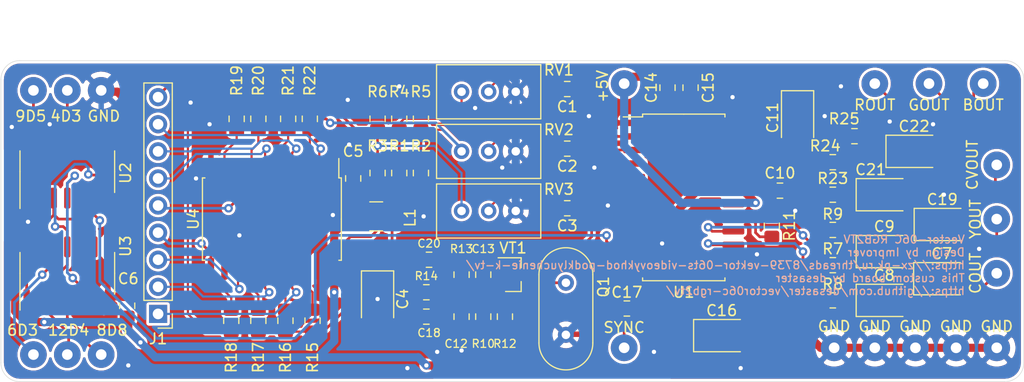
<source format=kicad_pcb>
(kicad_pcb (version 20171130) (host pcbnew "(5.1.2)-1")
  (layers (0 F.Cu signal) (31 B.Cu signal) (34 B.Paste user) (35 F.Paste user) (36 B.SilkS user) (37 F.SilkS user) (38 B.Mask user) (39 F.Mask user) (44 Edge.Cuts user))
  (net 0 "")
  (net 1 "Net-(C1-Pad2)")
  (net 2 "Net-(C1-Pad1)")
  (net 3 "Net-(C2-Pad1)")
  (net 4 "Net-(C2-Pad2)")
  (net 5 "Net-(C3-Pad2)")
  (net 6 "Net-(C3-Pad1)")
  (net 7 +5V)
  (net 8 "Net-(C9-Pad2)")
  (net 9 "Net-(C9-Pad1)")
  (net 10 "Net-(C12-Pad1)")
  (net 11 "Net-(C13-Pad1)")
  (net 12 "Net-(C20-Pad1)")
  (net 13 "Net-(J1-Pad1)")
  (net 14 "Net-(J1-Pad2)")
  (net 15 "Net-(J1-Pad3)")
  (net 16 "Net-(J1-Pad4)")
  (net 17 "Net-(J1-Pad5)")
  (net 18 "Net-(J1-Pad6)")
  (net 19 "Net-(J1-Pad7)")
  (net 20 "Net-(J1-Pad8)")
  (net 21 "Net-(J1-Pad9)")
  (net 22 "Net-(R1-Pad1)")
  (net 23 "Net-(R18-Pad1)")
  (net 24 "Net-(R21-Pad1)")
  (net 25 "Net-(R9-Pad2)")
  (net 26 "Net-(R11-Pad2)")
  (net 27 "Net-(R15-Pad2)")
  (net 28 "Net-(R16-Pad2)")
  (net 29 "Net-(R17-Pad2)")
  (net 30 "Net-(R18-Pad2)")
  (net 31 "Net-(R19-Pad2)")
  (net 32 "Net-(R20-Pad2)")
  (net 33 "Net-(R21-Pad2)")
  (net 34 "Net-(R22-Pad2)")
  (net 35 "Net-(TP1-Pad1)")
  (net 36 "Net-(TP2-Pad1)")
  (net 37 "Net-(TP3-Pad1)")
  (net 38 "Net-(TP4-Pad1)")
  (net 39 "Net-(TP5-Pad1)")
  (net 40 "Net-(TP6-Pad1)")
  (net 41 "Net-(U1-Pad5)")
  (net 42 "Net-(U1-Pad8)")
  (net 43 "Net-(U1-Pad9)")
  (net 44 "Net-(U1-Pad11)")
  (net 45 "Net-(U1-Pad14)")
  (net 46 "Net-(U1-Pad18)")
  (net 47 "Net-(U2-Pad3)")
  (net 48 "Net-(U2-Pad4)")
  (net 49 "Net-(U2-Pad5)")
  (net 50 "Net-(U2-Pad8)")
  (net 51 "Net-(U2-Pad10)")
  (net 52 "Net-(U3-Pad8)")
  (net 53 "Net-(U3-Pad6)")
  (net 54 "Net-(U1-Pad13)")
  (net 55 GND)
  (net 56 "Net-(C13-Pad2)")
  (net 57 "Net-(C7-Pad2)")
  (net 58 "Net-(C7-Pad1)")
  (net 59 "Net-(C8-Pad1)")
  (net 60 "Net-(C8-Pad2)")
  (net 61 "Net-(R7-Pad2)")
  (net 62 "Net-(R8-Pad2)")
  (net 63 "Net-(C19-Pad1)")
  (net 64 "Net-(C19-Pad2)")
  (net 65 "Net-(C21-Pad1)")
  (net 66 "Net-(C21-Pad2)")
  (net 67 "Net-(C22-Pad2)")
  (net 68 "Net-(C22-Pad1)")
  (net 69 "Net-(R23-Pad1)")
  (net 70 "Net-(R24-Pad1)")
  (net 71 "Net-(R25-Pad1)")
  (net 72 "Net-(C4-Pad1)")
  (module vector06c-rgb2tv:PAD-150-60 (layer F.Cu) (at 99.568 97.155)
    (fp_text reference TP3 hide)
    (fp_text value 9D5 (at -0.254 2.413) (layer F.SilkS))
    (pad 1 thru_hole circle (at 0 0) (size 2.5 2.5) (drill 1) (layers *.Cu *.Mask) (net 37 "Net-(TP3-Pad1)"))
  )
  (module Connector_PinHeader_2.54mm:PinHeader_1x09_P2.54mm_Vertical (layer F.Cu) (at 111.252 118.11 180)
    (fp_text reference J1 (at 0 -2.33) (layer F.SilkS))
    (fp_text value Conn_01x09)
    (pad 9 thru_hole oval (at 0 20.32 180) (size 1.7 1.7) (drill 1) (layers *.Cu *.Mask) (net 21 "Net-(J1-Pad9)"))
    (pad 8 thru_hole oval (at 0 17.78 180) (size 1.7 1.7) (drill 1) (layers *.Cu *.Mask) (net 20 "Net-(J1-Pad8)"))
    (pad 7 thru_hole oval (at 0 15.24 180) (size 1.7 1.7) (drill 1) (layers *.Cu *.Mask) (net 19 "Net-(J1-Pad7)"))
    (pad 6 thru_hole oval (at 0 12.7 180) (size 1.7 1.7) (drill 1) (layers *.Cu *.Mask) (net 18 "Net-(J1-Pad6)"))
    (pad 5 thru_hole oval (at 0 10.16 180) (size 1.7 1.7) (drill 1) (layers *.Cu *.Mask) (net 17 "Net-(J1-Pad5)"))
    (pad 4 thru_hole oval (at 0 7.62 180) (size 1.7 1.7) (drill 1) (layers *.Cu *.Mask) (net 16 "Net-(J1-Pad4)"))
    (pad 3 thru_hole oval (at 0 5.08 180) (size 1.7 1.7) (drill 1) (layers *.Cu *.Mask) (net 15 "Net-(J1-Pad3)"))
    (pad 2 thru_hole oval (at 0 2.54 180) (size 1.7 1.7) (drill 1) (layers *.Cu *.Mask) (net 14 "Net-(J1-Pad2)"))
    (pad 1 thru_hole rect (at 0 0 180) (size 1.7 1.7) (drill 1) (layers *.Cu *.Mask) (net 13 "Net-(J1-Pad1)"))
  )
  (module Inductor_SMD:L_1210_3225Metric_Pad1.42x2.65mm_HandSolder (layer F.Cu) (at 131.699 108.966 180)
    (fp_text reference L1 (at -3.175 -0.127 90) (layer F.SilkS))
    (fp_text value 100uH)
    (pad 2 smd roundrect (at 1.4875 0 180) (size 1.425 2.65) (layers F.Cu F.Paste F.Mask) (roundrect_rratio 0.175439) (net 7 +5V))
    (pad 1 smd roundrect (at -1.4875 0 180) (size 1.425 2.65) (layers F.Cu F.Paste F.Mask) (roundrect_rratio 0.175439) (net 72 "Net-(C4-Pad1)"))
  )
  (module Crystal:Crystal_HC49-4H_Vertical (layer F.Cu) (at 149.479 115.189 270)
    (fp_text reference Q1 (at 0.381 -3.525 90) (layer F.SilkS))
    (fp_text value 4.43)
    (pad 2 thru_hole circle (at 4.88 0 270) (size 1.5 1.5) (drill 0.8) (layers *.Cu *.Mask) (net 55 GND))
    (pad 1 thru_hole circle (at 0 0 270) (size 1.5 1.5) (drill 0.8) (layers *.Cu *.Mask) (net 56 "Net-(C13-Pad2)"))
  )
  (module vector06c-rgb2tv:PAD-150-60 (layer F.Cu) (at 105.918 121.92)
    (fp_text reference TP1 hide)
    (fp_text value 8D8 (at 1.016 -2.286) (layer F.SilkS))
    (pad 1 thru_hole circle (at 0 0) (size 2.5 2.5) (drill 1) (layers *.Cu *.Mask) (net 35 "Net-(TP1-Pad1)"))
  )
  (module vector06c-rgb2tv:PAD-150-60 (layer F.Cu) (at 102.743 121.92)
    (fp_text reference TP2 hide)
    (fp_text value 12D4 (at 0.127 -2.286) (layer F.SilkS))
    (pad 1 thru_hole circle (at 0 0) (size 2.5 2.5) (drill 1) (layers *.Cu *.Mask) (net 36 "Net-(TP2-Pad1)"))
  )
  (module vector06c-rgb2tv:PAD-150-60 (layer F.Cu) (at 102.743 97.155)
    (fp_text reference TP4 hide)
    (fp_text value 4D3 (at -0.127 2.413) (layer F.SilkS))
    (pad 1 thru_hole circle (at 0 0) (size 2.5 2.5) (drill 1) (layers *.Cu *.Mask) (net 38 "Net-(TP4-Pad1)"))
  )
  (module vector06c-rgb2tv:PAD-150-60 (layer F.Cu) (at 99.568 121.92)
    (fp_text reference TP5 hide)
    (fp_text value 6D3 (at -1.016 -2.286) (layer F.SilkS))
    (pad 1 thru_hole circle (at 0 0) (size 2.5 2.5) (drill 1) (layers *.Cu *.Mask) (net 39 "Net-(TP5-Pad1)"))
  )
  (module vector06c-rgb2tv:PAD-150-60 (layer F.Cu) (at 154.94 121.285)
    (fp_text reference TP6 hide)
    (fp_text value SYNC (at 0 -1.905 180) (layer F.SilkS))
    (pad 1 thru_hole circle (at 0 0) (size 2.5 2.5) (drill 1) (layers *.Cu *.Mask) (net 40 "Net-(TP6-Pad1)"))
  )
  (module vector06c-rgb2tv:PAD-150-60 (layer F.Cu) (at 189.865 104.14)
    (fp_text reference TP7 hide)
    (fp_text value CVOUT (at -2.286 0 90) (layer F.SilkS))
    (pad 1 thru_hole circle (at 0 0) (size 2.5 2.5) (drill 1) (layers *.Cu *.Mask) (net 8 "Net-(C9-Pad2)"))
  )
  (module Package_SO:SOIC-24W_7.5x15.4mm_P1.27mm (layer F.Cu) (at 160.528 107.188)
    (fp_text reference U1 (at 0 8.89) (layer F.SilkS))
    (fp_text value CXA2075M)
    (pad 24 smd roundrect (at 4.65 -6.985) (size 2.05 0.6) (layers F.Cu F.Paste F.Mask) (net 55 GND))
    (pad 23 smd roundrect (at 4.65 -5.715) (size 2.05 0.6) (layers F.Cu F.Paste F.Mask) (net 71 "Net-(R25-Pad1)"))
    (pad 22 smd roundrect (at 4.65 -4.445) (size 2.05 0.6) (layers F.Cu F.Paste F.Mask) (net 70 "Net-(R24-Pad1)"))
    (pad 21 smd roundrect (at 4.65 -3.175) (size 2.05 0.6) (layers F.Cu F.Paste F.Mask) (net 69 "Net-(R23-Pad1)"))
    (pad 20 smd roundrect (at 4.65 -1.905) (size 2.05 0.6) (layers F.Cu F.Paste F.Mask) (net 25 "Net-(R9-Pad2)"))
    (pad 19 smd roundrect (at 4.65 -0.635) (size 2.05 0.6) (layers F.Cu F.Paste F.Mask) (net 7 +5V))
    (pad 18 smd roundrect (at 4.65 0.635) (size 2.05 0.6) (layers F.Cu F.Paste F.Mask) (net 46 "Net-(U1-Pad18)"))
    (pad 17 smd roundrect (at 4.65 1.905) (size 2.05 0.6) (layers F.Cu F.Paste F.Mask) (net 26 "Net-(R11-Pad2)"))
    (pad 16 smd roundrect (at 4.65 3.175) (size 2.05 0.6) (layers F.Cu F.Paste F.Mask) (net 61 "Net-(R7-Pad2)"))
    (pad 15 smd roundrect (at 4.65 4.445) (size 2.05 0.6) (layers F.Cu F.Paste F.Mask) (net 62 "Net-(R8-Pad2)"))
    (pad 14 smd roundrect (at 4.65 5.715) (size 2.05 0.6) (layers F.Cu F.Paste F.Mask) (net 45 "Net-(U1-Pad14)"))
    (pad 13 smd roundrect (at 4.65 6.985) (size 2.05 0.6) (layers F.Cu F.Paste F.Mask) (net 54 "Net-(U1-Pad13)"))
    (pad 12 smd roundrect (at -4.65 6.985) (size 2.05 0.6) (layers F.Cu F.Paste F.Mask) (net 7 +5V))
    (pad 11 smd roundrect (at -4.65 5.715) (size 2.05 0.6) (layers F.Cu F.Paste F.Mask) (net 44 "Net-(U1-Pad11)"))
    (pad 10 smd roundrect (at -4.65 4.445) (size 2.05 0.6) (layers F.Cu F.Paste F.Mask) (net 40 "Net-(TP6-Pad1)"))
    (pad 9 smd roundrect (at -4.65 3.175) (size 2.05 0.6) (layers F.Cu F.Paste F.Mask) (net 43 "Net-(U1-Pad9)"))
    (pad 8 smd roundrect (at -4.65 1.905) (size 2.05 0.6) (layers F.Cu F.Paste F.Mask) (net 42 "Net-(U1-Pad8)"))
    (pad 7 smd roundrect (at -4.65 0.635) (size 2.05 0.6) (layers F.Cu F.Paste F.Mask) (net 55 GND))
    (pad 6 smd roundrect (at -4.65 -0.635) (size 2.05 0.6) (layers F.Cu F.Paste F.Mask) (net 12 "Net-(C20-Pad1)"))
    (pad 5 smd roundrect (at -4.65 -1.905) (size 2.05 0.6) (layers F.Cu F.Paste F.Mask) (net 41 "Net-(U1-Pad5)"))
    (pad 4 smd roundrect (at -4.65 -3.175) (size 2.05 0.6) (layers F.Cu F.Paste F.Mask) (net 6 "Net-(C3-Pad1)"))
    (pad 3 smd roundrect (at -4.65 -4.445) (size 2.05 0.6) (layers F.Cu F.Paste F.Mask) (net 3 "Net-(C2-Pad1)"))
    (pad 2 smd roundrect (at -4.65 -5.715) (size 2.05 0.6) (layers F.Cu F.Paste F.Mask) (net 2 "Net-(C1-Pad1)"))
    (pad 1 smd roundrect (at -4.65 -6.985) (size 2.05 0.6) (layers F.Cu F.Paste F.Mask) (net 55 GND))
  )
  (module Package_SO:SOIC-14_3.9x8.7mm_P1.27mm (layer F.Cu) (at 102.743 104.775 90)
    (fp_text reference U2 (at -0.127 5.461 90) (layer F.SilkS))
    (fp_text value 7400)
    (pad 14 smd roundrect (at 2.475 -3.81 90) (size 1.95 0.6) (layers F.Cu F.Paste F.Mask) (net 7 +5V))
    (pad 13 smd roundrect (at 2.475 -2.54 90) (size 1.95 0.6) (layers F.Cu F.Paste F.Mask) (net 37 "Net-(TP3-Pad1)"))
    (pad 12 smd roundrect (at 2.475 -1.27 90) (size 1.95 0.6) (layers F.Cu F.Paste F.Mask) (net 37 "Net-(TP3-Pad1)"))
    (pad 11 smd roundrect (at 2.475 0 90) (size 1.95 0.6) (layers F.Cu F.Paste F.Mask) (net 51 "Net-(U2-Pad10)"))
    (pad 10 smd roundrect (at 2.475 1.27 90) (size 1.95 0.6) (layers F.Cu F.Paste F.Mask) (net 51 "Net-(U2-Pad10)"))
    (pad 9 smd roundrect (at 2.475 2.54 90) (size 1.95 0.6) (layers F.Cu F.Paste F.Mask) (net 38 "Net-(TP4-Pad1)"))
    (pad 8 smd roundrect (at 2.475 3.81 90) (size 1.95 0.6) (layers F.Cu F.Paste F.Mask) (net 50 "Net-(U2-Pad8)"))
    (pad 7 smd roundrect (at -2.475 3.81 90) (size 1.95 0.6) (layers F.Cu F.Paste F.Mask) (net 55 GND))
    (pad 6 smd roundrect (at -2.475 2.54 90) (size 1.95 0.6) (layers F.Cu F.Paste F.Mask) (net 40 "Net-(TP6-Pad1)"))
    (pad 5 smd roundrect (at -2.475 1.27 90) (size 1.95 0.6) (layers F.Cu F.Paste F.Mask) (net 49 "Net-(U2-Pad5)"))
    (pad 4 smd roundrect (at -2.475 0 90) (size 1.95 0.6) (layers F.Cu F.Paste F.Mask) (net 48 "Net-(U2-Pad4)"))
    (pad 3 smd roundrect (at -2.475 -1.27 90) (size 1.95 0.6) (layers F.Cu F.Paste F.Mask) (net 47 "Net-(U2-Pad3)"))
    (pad 2 smd roundrect (at -2.475 -2.54 90) (size 1.95 0.6) (layers F.Cu F.Paste F.Mask) (net 55 GND))
    (pad 1 smd roundrect (at -2.475 -3.81 90) (size 1.95 0.6) (layers F.Cu F.Paste F.Mask) (net 55 GND))
  )
  (module Package_SO:SOIC-14_3.9x8.7mm_P1.27mm (layer F.Cu) (at 102.743 114.3 90)
    (fp_text reference U3 (at 2.54 5.461 270) (layer F.SilkS))
    (fp_text value 7474)
    (pad 14 smd roundrect (at 2.475 -3.81 90) (size 1.95 0.6) (layers F.Cu F.Paste F.Mask) (net 7 +5V))
    (pad 13 smd roundrect (at 2.475 -2.54 90) (size 1.95 0.6) (layers F.Cu F.Paste F.Mask) (net 47 "Net-(U2-Pad3)"))
    (pad 12 smd roundrect (at 2.475 -1.27 90) (size 1.95 0.6) (layers F.Cu F.Paste F.Mask) (net 39 "Net-(TP5-Pad1)"))
    (pad 11 smd roundrect (at 2.475 0 90) (size 1.95 0.6) (layers F.Cu F.Paste F.Mask) (net 50 "Net-(U2-Pad8)"))
    (pad 10 smd roundrect (at 2.475 1.27 90) (size 1.95 0.6) (layers F.Cu F.Paste F.Mask) (net 47 "Net-(U2-Pad3)"))
    (pad 9 smd roundrect (at 2.475 2.54 90) (size 1.95 0.6) (layers F.Cu F.Paste F.Mask) (net 49 "Net-(U2-Pad5)"))
    (pad 8 smd roundrect (at 2.475 3.81 90) (size 1.95 0.6) (layers F.Cu F.Paste F.Mask) (net 52 "Net-(U3-Pad8)"))
    (pad 7 smd roundrect (at -2.475 3.81 90) (size 1.95 0.6) (layers F.Cu F.Paste F.Mask) (net 55 GND))
    (pad 6 smd roundrect (at -2.475 2.54 90) (size 1.95 0.6) (layers F.Cu F.Paste F.Mask) (net 53 "Net-(U3-Pad6)"))
    (pad 5 smd roundrect (at -2.475 1.27 90) (size 1.95 0.6) (layers F.Cu F.Paste F.Mask) (net 48 "Net-(U2-Pad4)"))
    (pad 4 smd roundrect (at -2.475 0 90) (size 1.95 0.6) (layers F.Cu F.Paste F.Mask) (net 35 "Net-(TP1-Pad1)"))
    (pad 3 smd roundrect (at -2.475 -1.27 90) (size 1.95 0.6) (layers F.Cu F.Paste F.Mask) (net 50 "Net-(U2-Pad8)"))
    (pad 2 smd roundrect (at -2.475 -2.54 90) (size 1.95 0.6) (layers F.Cu F.Paste F.Mask) (net 36 "Net-(TP2-Pad1)"))
    (pad 1 smd roundrect (at -2.475 -3.81 90) (size 1.95 0.6) (layers F.Cu F.Paste F.Mask) (net 47 "Net-(U2-Pad3)"))
  )
  (module Package_SO:SOIC-20W_7.5x12.8mm_P1.27mm (layer F.Cu) (at 121.92 109.22 270)
    (fp_text reference U4 (at 0 7.366 90) (layer F.SilkS))
    (fp_text value 74HC240)
    (pad 20 smd roundrect (at 4.65 -5.715 270) (size 2.05 0.6) (layers F.Cu F.Paste F.Mask) (net 7 +5V))
    (pad 19 smd roundrect (at 4.65 -4.445 270) (size 2.05 0.6) (layers F.Cu F.Paste F.Mask) (net 55 GND))
    (pad 18 smd roundrect (at 4.65 -3.175 270) (size 2.05 0.6) (layers F.Cu F.Paste F.Mask) (net 27 "Net-(R15-Pad2)"))
    (pad 17 smd roundrect (at 4.65 -1.905 270) (size 2.05 0.6) (layers F.Cu F.Paste F.Mask) (net 13 "Net-(J1-Pad1)"))
    (pad 16 smd roundrect (at 4.65 -0.635 270) (size 2.05 0.6) (layers F.Cu F.Paste F.Mask) (net 28 "Net-(R16-Pad2)"))
    (pad 15 smd roundrect (at 4.65 0.635 270) (size 2.05 0.6) (layers F.Cu F.Paste F.Mask) (net 14 "Net-(J1-Pad2)"))
    (pad 14 smd roundrect (at 4.65 1.905 270) (size 2.05 0.6) (layers F.Cu F.Paste F.Mask) (net 29 "Net-(R17-Pad2)"))
    (pad 13 smd roundrect (at 4.65 3.175 270) (size 2.05 0.6) (layers F.Cu F.Paste F.Mask) (net 15 "Net-(J1-Pad3)"))
    (pad 12 smd roundrect (at 4.65 4.445 270) (size 2.05 0.6) (layers F.Cu F.Paste F.Mask) (net 30 "Net-(R18-Pad2)"))
    (pad 11 smd roundrect (at 4.65 5.715 270) (size 2.05 0.6) (layers F.Cu F.Paste F.Mask) (net 16 "Net-(J1-Pad4)"))
    (pad 10 smd roundrect (at -4.65 5.715 270) (size 2.05 0.6) (layers F.Cu F.Paste F.Mask) (net 55 GND))
    (pad 9 smd roundrect (at -4.65 4.445 270) (size 2.05 0.6) (layers F.Cu F.Paste F.Mask) (net 31 "Net-(R19-Pad2)"))
    (pad 8 smd roundrect (at -4.65 3.175 270) (size 2.05 0.6) (layers F.Cu F.Paste F.Mask) (net 17 "Net-(J1-Pad5)"))
    (pad 7 smd roundrect (at -4.65 1.905 270) (size 2.05 0.6) (layers F.Cu F.Paste F.Mask) (net 32 "Net-(R20-Pad2)"))
    (pad 6 smd roundrect (at -4.65 0.635 270) (size 2.05 0.6) (layers F.Cu F.Paste F.Mask) (net 18 "Net-(J1-Pad6)"))
    (pad 5 smd roundrect (at -4.65 -0.635 270) (size 2.05 0.6) (layers F.Cu F.Paste F.Mask) (net 33 "Net-(R21-Pad2)"))
    (pad 4 smd roundrect (at -4.65 -1.905 270) (size 2.05 0.6) (layers F.Cu F.Paste F.Mask) (net 19 "Net-(J1-Pad7)"))
    (pad 3 smd roundrect (at -4.65 -3.175 270) (size 2.05 0.6) (layers F.Cu F.Paste F.Mask) (net 34 "Net-(R22-Pad2)"))
    (pad 2 smd roundrect (at -4.65 -4.445 270) (size 2.05 0.6) (layers F.Cu F.Paste F.Mask) (net 20 "Net-(J1-Pad8)"))
    (pad 1 smd roundrect (at -4.65 -5.715 270) (size 2.05 0.6) (layers F.Cu F.Paste F.Mask) (net 55 GND))
  )
  (module Package_TO_SOT_SMD:SOT-23 (layer F.Cu) (at 144.526 114.427)
    (fp_text reference VT1 (at 0 -2.5) (layer F.SilkS))
    (fp_text value BC847)
    (pad 3 smd rect (at 1 0) (size 0.9 0.8) (layers F.Cu F.Paste F.Mask) (net 10 "Net-(C12-Pad1)"))
    (pad 2 smd rect (at -1 0.95) (size 0.9 0.8) (layers F.Cu F.Paste F.Mask) (net 11 "Net-(C13-Pad1)"))
    (pad 1 smd rect (at -1 -0.95) (size 0.9 0.8) (layers F.Cu F.Paste F.Mask) (net 56 "Net-(C13-Pad2)"))
  )
  (module Potentiometer_THT:Potentiometer_Bourns_3296W_Vertical (layer F.Cu) (at 144.78 97.282)
    (fp_text reference RV1 (at 2.54 -2.032) (layer F.SilkS) (effects (justify left)))
    (fp_text value 1K)
    (pad 3 thru_hole circle (at -5.08 0) (size 1.44 1.44) (drill 0.8) (layers *.Cu *.Mask) (net 22 "Net-(R1-Pad1)"))
    (pad 2 thru_hole circle (at -2.54 0) (size 1.44 1.44) (drill 0.8) (layers *.Cu *.Mask) (net 1 "Net-(C1-Pad2)"))
    (pad 1 thru_hole circle (at 0 0) (size 1.44 1.44) (drill 0.8) (layers *.Cu *.Mask) (net 55 GND))
  )
  (module Potentiometer_THT:Potentiometer_Bourns_3296W_Vertical (layer F.Cu) (at 144.78 102.87)
    (fp_text reference RV2 (at 2.54 -2.032) (layer F.SilkS) (effects (justify left)))
    (fp_text value 1K)
    (pad 3 thru_hole circle (at -5.08 0) (size 1.44 1.44) (drill 0.8) (layers *.Cu *.Mask) (net 23 "Net-(R18-Pad1)"))
    (pad 2 thru_hole circle (at -2.54 0) (size 1.44 1.44) (drill 0.8) (layers *.Cu *.Mask) (net 4 "Net-(C2-Pad2)"))
    (pad 1 thru_hole circle (at 0 0) (size 1.44 1.44) (drill 0.8) (layers *.Cu *.Mask) (net 55 GND))
  )
  (module Potentiometer_THT:Potentiometer_Bourns_3296W_Vertical (layer F.Cu) (at 144.78 108.458)
    (fp_text reference RV3 (at 2.54 -2.032) (layer F.SilkS) (effects (justify left)))
    (fp_text value 1K)
    (pad 3 thru_hole circle (at -5.08 0) (size 1.44 1.44) (drill 0.8) (layers *.Cu *.Mask) (net 24 "Net-(R21-Pad1)"))
    (pad 2 thru_hole circle (at -2.54 0) (size 1.44 1.44) (drill 0.8) (layers *.Cu *.Mask) (net 5 "Net-(C3-Pad2)"))
    (pad 1 thru_hole circle (at 0 0) (size 1.44 1.44) (drill 0.8) (layers *.Cu *.Mask) (net 55 GND))
  )
  (module vector06c-rgb2tv:PAD-150-60 (layer F.Cu) (at 154.94 96.52)
    (fp_text reference TP8 hide)
    (fp_text value +5V (at -2.032 0.254 90) (layer F.SilkS))
    (pad 1 thru_hole circle (at 0 0) (size 2.5 2.5) (drill 1) (layers *.Cu *.Mask) (net 7 +5V))
  )
  (module vector06c-rgb2tv:PAD-150-60 (layer F.Cu) (at 105.918 97.155)
    (fp_text reference TP9 hide)
    (fp_text value GND (at 0.254 2.413) (layer F.SilkS))
    (pad 1 thru_hole circle (at 0 0) (size 2.5 2.5) (drill 1) (layers *.Cu *.Mask) (net 55 GND))
  )
  (module vector06c-rgb2tv:PAD-150-60 (layer F.Cu) (at 174.625 121.285 270)
    (fp_text reference TP10 hide)
    (fp_text value GND (at -2 0) (layer F.SilkS))
    (pad 1 thru_hole circle (at 0 0 270) (size 2.5 2.5) (drill 1) (layers *.Cu *.Mask) (net 55 GND))
  )
  (module Capacitor_SMD:C_0805_2012Metric_Pad1.15x1.40mm_HandSolder (layer F.Cu) (at 149.606 97.028 180)
    (fp_text reference C1 (at 0 -1.65) (layer F.SilkS))
    (fp_text value 0.1uF)
    (pad 2 smd roundrect (at 1.025 0 180) (size 1.15 1.4) (layers F.Cu F.Paste F.Mask) (roundrect_rratio 0.217391) (net 1 "Net-(C1-Pad2)"))
    (pad 1 smd roundrect (at -1.025 0 180) (size 1.15 1.4) (layers F.Cu F.Paste F.Mask) (roundrect_rratio 0.217391) (net 2 "Net-(C1-Pad1)"))
  )
  (module Capacitor_SMD:C_0805_2012Metric_Pad1.15x1.40mm_HandSolder (layer F.Cu) (at 149.606 102.616 180)
    (fp_text reference C2 (at 0 -1.65) (layer F.SilkS))
    (fp_text value 0.1uF)
    (pad 1 smd roundrect (at -1.025 0 180) (size 1.15 1.4) (layers F.Cu F.Paste F.Mask) (roundrect_rratio 0.217391) (net 3 "Net-(C2-Pad1)"))
    (pad 2 smd roundrect (at 1.025 0 180) (size 1.15 1.4) (layers F.Cu F.Paste F.Mask) (roundrect_rratio 0.217391) (net 4 "Net-(C2-Pad2)"))
  )
  (module Capacitor_SMD:C_0805_2012Metric_Pad1.15x1.40mm_HandSolder (layer F.Cu) (at 149.606 108.204 180)
    (fp_text reference C3 (at 0 -1.65) (layer F.SilkS))
    (fp_text value 0.1uF)
    (pad 2 smd roundrect (at 1.025 0 180) (size 1.15 1.4) (layers F.Cu F.Paste F.Mask) (roundrect_rratio 0.217391) (net 5 "Net-(C3-Pad2)"))
    (pad 1 smd roundrect (at -1.025 0 180) (size 1.15 1.4) (layers F.Cu F.Paste F.Mask) (roundrect_rratio 0.217391) (net 6 "Net-(C3-Pad1)"))
  )
  (module Capacitor_SMD:C_0805_2012Metric_Pad1.15x1.40mm_HandSolder (layer F.Cu) (at 129.54 105.41 90)
    (fp_text reference C5 (at 2.54 0 180) (layer F.SilkS))
    (fp_text value 0.1uF)
    (pad 2 smd roundrect (at 1.025 0 90) (size 1.15 1.4) (layers F.Cu F.Paste F.Mask) (roundrect_rratio 0.217391) (net 55 GND))
    (pad 1 smd roundrect (at -1.025 0 90) (size 1.15 1.4) (layers F.Cu F.Paste F.Mask) (roundrect_rratio 0.217391) (net 7 +5V))
  )
  (module Capacitor_SMD:C_0805_2012Metric_Pad1.15x1.40mm_HandSolder (layer F.Cu) (at 108.3564 117.348 90)
    (fp_text reference C6 (at 2.54 0.1016 180) (layer F.SilkS))
    (fp_text value 0.1uF)
    (pad 1 smd roundrect (at -1.025 0 90) (size 1.15 1.4) (layers F.Cu F.Paste F.Mask) (roundrect_rratio 0.217391) (net 7 +5V))
    (pad 2 smd roundrect (at 1.025 0 90) (size 1.15 1.4) (layers F.Cu F.Paste F.Mask) (roundrect_rratio 0.217391) (net 55 GND))
  )
  (module Capacitor_SMD:C_0805_2012Metric_Pad1.15x1.40mm_HandSolder (layer F.Cu) (at 169.545 106.553)
    (fp_text reference C10 (at 0 -1.65) (layer F.SilkS))
    (fp_text value 10nF)
    (pad 1 smd roundrect (at -1.025 0) (size 1.15 1.4) (layers F.Cu F.Paste F.Mask) (roundrect_rratio 0.217391) (net 7 +5V))
    (pad 2 smd roundrect (at 1.025 0) (size 1.15 1.4) (layers F.Cu F.Paste F.Mask) (roundrect_rratio 0.217391) (net 55 GND))
  )
  (module Capacitor_SMD:C_0805_2012Metric_Pad1.15x1.40mm_HandSolder (layer F.Cu) (at 139.7 118.364 270)
    (fp_text reference C12 (at 2.54 0.508 180) (layer F.SilkS) (effects (font (size 0.75 0.75) (thickness 0.12))))
    (fp_text value 0.1uF)
    (pad 1 smd roundrect (at -1.025 0 270) (size 1.15 1.4) (layers F.Cu F.Paste F.Mask) (roundrect_rratio 0.217391) (net 10 "Net-(C12-Pad1)"))
    (pad 2 smd roundrect (at 1.025 0 270) (size 1.15 1.4) (layers F.Cu F.Paste F.Mask) (roundrect_rratio 0.217391) (net 55 GND))
  )
  (module Capacitor_SMD:C_0805_2012Metric_Pad1.15x1.40mm_HandSolder (layer F.Cu) (at 141.732 114.427 90)
    (fp_text reference C13 (at 2.413 0 180) (layer F.SilkS) (effects (font (size 0.75 0.75) (thickness 0.12))))
    (fp_text value 150pF)
    (pad 1 smd roundrect (at -1.025 0 90) (size 1.15 1.4) (layers F.Cu F.Paste F.Mask) (roundrect_rratio 0.217391) (net 11 "Net-(C13-Pad1)"))
    (pad 2 smd roundrect (at 1.025 0 90) (size 1.15 1.4) (layers F.Cu F.Paste F.Mask) (roundrect_rratio 0.217391) (net 56 "Net-(C13-Pad2)"))
  )
  (module Capacitor_SMD:C_0805_2012Metric_Pad1.15x1.40mm_HandSolder (layer F.Cu) (at 159.004 96.901 270)
    (fp_text reference C14 (at 0 1.524 90) (layer F.SilkS))
    (fp_text value 0.1uF)
    (pad 2 smd roundrect (at 1.025 0 270) (size 1.15 1.4) (layers F.Cu F.Paste F.Mask) (roundrect_rratio 0.217391) (net 55 GND))
    (pad 1 smd roundrect (at -1.025 0 270) (size 1.15 1.4) (layers F.Cu F.Paste F.Mask) (roundrect_rratio 0.217391) (net 7 +5V))
  )
  (module Capacitor_SMD:C_0805_2012Metric_Pad1.15x1.40mm_HandSolder (layer F.Cu) (at 161.163 96.901 270)
    (fp_text reference C15 (at 0 -1.65 90) (layer F.SilkS))
    (fp_text value 0.1uF)
    (pad 1 smd roundrect (at -1.025 0 270) (size 1.15 1.4) (layers F.Cu F.Paste F.Mask) (roundrect_rratio 0.217391) (net 7 +5V))
    (pad 2 smd roundrect (at 1.025 0 270) (size 1.15 1.4) (layers F.Cu F.Paste F.Mask) (roundrect_rratio 0.217391) (net 55 GND))
  )
  (module Capacitor_SMD:C_0805_2012Metric_Pad1.15x1.40mm_HandSolder (layer F.Cu) (at 155.194 117.602 180)
    (fp_text reference C17 (at 0 1.524) (layer F.SilkS))
    (fp_text value 10nF)
    (pad 1 smd roundrect (at -1.025 0 180) (size 1.15 1.4) (layers F.Cu F.Paste F.Mask) (roundrect_rratio 0.217391) (net 7 +5V))
    (pad 2 smd roundrect (at 1.025 0 180) (size 1.15 1.4) (layers F.Cu F.Paste F.Mask) (roundrect_rratio 0.217391) (net 55 GND))
  )
  (module Capacitor_SMD:C_0805_2012Metric_Pad1.15x1.40mm_HandSolder (layer F.Cu) (at 136.398 118.364)
    (fp_text reference C18 (at 0.254 1.524) (layer F.SilkS) (effects (font (size 0.75 0.75) (thickness 0.12))))
    (fp_text value 100pF)
    (pad 2 smd roundrect (at 1.025 0) (size 1.15 1.4) (layers F.Cu F.Paste F.Mask) (roundrect_rratio 0.217391) (net 55 GND))
    (pad 1 smd roundrect (at -1.025 0) (size 1.15 1.4) (layers F.Cu F.Paste F.Mask) (roundrect_rratio 0.217391) (net 11 "Net-(C13-Pad1)"))
  )
  (module Capacitor_SMD:C_0805_2012Metric_Pad1.15x1.40mm_HandSolder (layer F.Cu) (at 136.652 113.03 180)
    (fp_text reference C20 (at 0 1.524) (layer F.SilkS) (effects (font (size 0.75 0.75) (thickness 0.12))))
    (fp_text value 47pF)
    (pad 2 smd roundrect (at 1.025 0 180) (size 1.15 1.4) (layers F.Cu F.Paste F.Mask) (roundrect_rratio 0.217391) (net 11 "Net-(C13-Pad1)"))
    (pad 1 smd roundrect (at -1.025 0 180) (size 1.15 1.4) (layers F.Cu F.Paste F.Mask) (roundrect_rratio 0.217391) (net 12 "Net-(C20-Pad1)"))
  )
  (module Resistor_SMD:R_0805_2012Metric_Pad1.15x1.40mm_HandSolder (layer F.Cu) (at 133.858 104.902 270)
    (fp_text reference R1 (at -2.54 0 180) (layer F.SilkS))
    (fp_text value 75)
    (pad 2 smd roundrect (at 1.025 0 270) (size 1.15 1.4) (layers F.Cu F.Paste F.Mask) (roundrect_rratio 0.217391) (net 72 "Net-(C4-Pad1)"))
    (pad 1 smd roundrect (at -1.025 0 270) (size 1.15 1.4) (layers F.Cu F.Paste F.Mask) (roundrect_rratio 0.217391) (net 22 "Net-(R1-Pad1)"))
  )
  (module Resistor_SMD:R_0805_2012Metric_Pad1.15x1.40mm_HandSolder (layer F.Cu) (at 135.89 104.902 270)
    (fp_text reference R2 (at -2.54 0 180) (layer F.SilkS))
    (fp_text value 75)
    (pad 1 smd roundrect (at -1.025 0 270) (size 1.15 1.4) (layers F.Cu F.Paste F.Mask) (roundrect_rratio 0.217391) (net 23 "Net-(R18-Pad1)"))
    (pad 2 smd roundrect (at 1.025 0 270) (size 1.15 1.4) (layers F.Cu F.Paste F.Mask) (roundrect_rratio 0.217391) (net 72 "Net-(C4-Pad1)"))
  )
  (module Resistor_SMD:R_0805_2012Metric_Pad1.15x1.40mm_HandSolder (layer F.Cu) (at 131.826 104.902 270)
    (fp_text reference R3 (at -2.54 0 180) (layer F.SilkS))
    (fp_text value 75)
    (pad 2 smd roundrect (at 1.025 0 270) (size 1.15 1.4) (layers F.Cu F.Paste F.Mask) (roundrect_rratio 0.217391) (net 72 "Net-(C4-Pad1)"))
    (pad 1 smd roundrect (at -1.025 0 270) (size 1.15 1.4) (layers F.Cu F.Paste F.Mask) (roundrect_rratio 0.217391) (net 24 "Net-(R21-Pad1)"))
  )
  (module Resistor_SMD:R_0805_2012Metric_Pad1.15x1.40mm_HandSolder (layer F.Cu) (at 133.858 99.822 270)
    (fp_text reference R4 (at -2.54 0 180) (layer F.SilkS))
    (fp_text value 220)
    (pad 2 smd roundrect (at 1.025 0 270) (size 1.15 1.4) (layers F.Cu F.Paste F.Mask) (roundrect_rratio 0.217391) (net 22 "Net-(R1-Pad1)"))
    (pad 1 smd roundrect (at -1.025 0 270) (size 1.15 1.4) (layers F.Cu F.Paste F.Mask) (roundrect_rratio 0.217391) (net 21 "Net-(J1-Pad9)"))
  )
  (module Resistor_SMD:R_0805_2012Metric_Pad1.15x1.40mm_HandSolder (layer F.Cu) (at 135.89 99.822 270)
    (fp_text reference R5 (at -2.54 0 180) (layer F.SilkS))
    (fp_text value 220)
    (pad 1 smd roundrect (at -1.025 0 270) (size 1.15 1.4) (layers F.Cu F.Paste F.Mask) (roundrect_rratio 0.217391) (net 21 "Net-(J1-Pad9)"))
    (pad 2 smd roundrect (at 1.025 0 270) (size 1.15 1.4) (layers F.Cu F.Paste F.Mask) (roundrect_rratio 0.217391) (net 23 "Net-(R18-Pad1)"))
  )
  (module Resistor_SMD:R_0805_2012Metric_Pad1.15x1.40mm_HandSolder (layer F.Cu) (at 131.826 99.822 270)
    (fp_text reference R6 (at -2.54 0 180) (layer F.SilkS))
    (fp_text value 220)
    (pad 2 smd roundrect (at 1.025 0 270) (size 1.15 1.4) (layers F.Cu F.Paste F.Mask) (roundrect_rratio 0.217391) (net 24 "Net-(R21-Pad1)"))
    (pad 1 smd roundrect (at -1.025 0 270) (size 1.15 1.4) (layers F.Cu F.Paste F.Mask) (roundrect_rratio 0.217391) (net 21 "Net-(J1-Pad9)"))
  )
  (module Resistor_SMD:R_0805_2012Metric_Pad1.15x1.40mm_HandSolder (layer F.Cu) (at 174.498 110.236 180)
    (fp_text reference R9 (at 0 1.4732) (layer F.SilkS))
    (fp_text value 75)
    (pad 2 smd roundrect (at 1.025 0 180) (size 1.15 1.4) (layers F.Cu F.Paste F.Mask) (roundrect_rratio 0.217391) (net 25 "Net-(R9-Pad2)"))
    (pad 1 smd roundrect (at -1.025 0 180) (size 1.15 1.4) (layers F.Cu F.Paste F.Mask) (roundrect_rratio 0.217391) (net 9 "Net-(C9-Pad1)"))
  )
  (module Resistor_SMD:R_0805_2012Metric_Pad1.15x1.40mm_HandSolder (layer F.Cu) (at 141.732 118.364 270)
    (fp_text reference R10 (at 2.54 0 180) (layer F.SilkS) (effects (font (size 0.75 0.75) (thickness 0.12))))
    (fp_text value 10K)
    (pad 2 smd roundrect (at 1.025 0 270) (size 1.15 1.4) (layers F.Cu F.Paste F.Mask) (roundrect_rratio 0.217391) (net 56 "Net-(C13-Pad2)"))
    (pad 1 smd roundrect (at -1.025 0 270) (size 1.15 1.4) (layers F.Cu F.Paste F.Mask) (roundrect_rratio 0.217391) (net 10 "Net-(C12-Pad1)"))
  )
  (module Resistor_SMD:R_0805_2012Metric_Pad1.15x1.40mm_HandSolder (layer F.Cu) (at 168.783 109.855 270)
    (fp_text reference R11 (at 0 -1.65 90) (layer F.SilkS))
    (fp_text value 2K61)
    (pad 2 smd roundrect (at 1.025 0 270) (size 1.15 1.4) (layers F.Cu F.Paste F.Mask) (roundrect_rratio 0.217391) (net 26 "Net-(R11-Pad2)"))
    (pad 1 smd roundrect (at -1.025 0 270) (size 1.15 1.4) (layers F.Cu F.Paste F.Mask) (roundrect_rratio 0.217391) (net 7 +5V))
  )
  (module Resistor_SMD:R_0805_2012Metric_Pad1.15x1.40mm_HandSolder (layer F.Cu) (at 143.764 118.364 90)
    (fp_text reference R12 (at -2.54 0 180) (layer F.SilkS) (effects (font (size 0.75 0.75) (thickness 0.12))))
    (fp_text value 510)
    (pad 1 smd roundrect (at -1.025 0 90) (size 1.15 1.4) (layers F.Cu F.Paste F.Mask) (roundrect_rratio 0.217391) (net 7 +5V))
    (pad 2 smd roundrect (at 1.025 0 90) (size 1.15 1.4) (layers F.Cu F.Paste F.Mask) (roundrect_rratio 0.217391) (net 10 "Net-(C12-Pad1)"))
  )
  (module Resistor_SMD:R_0805_2012Metric_Pad1.15x1.40mm_HandSolder (layer F.Cu) (at 136.398 116.078)
    (fp_text reference R14 (at 0 -1.524) (layer F.SilkS) (effects (font (size 0.75 0.75) (thickness 0.12))))
    (fp_text value 1K50)
    (pad 1 smd roundrect (at -1.025 0) (size 1.15 1.4) (layers F.Cu F.Paste F.Mask) (roundrect_rratio 0.217391) (net 11 "Net-(C13-Pad1)"))
    (pad 2 smd roundrect (at 1.025 0) (size 1.15 1.4) (layers F.Cu F.Paste F.Mask) (roundrect_rratio 0.217391) (net 55 GND))
  )
  (module Resistor_SMD:R_0805_2012Metric_Pad1.15x1.40mm_HandSolder (layer F.Cu) (at 125.73 118.745 90)
    (fp_text reference R15 (at -1.905 0 90) (layer F.SilkS) (effects (justify right)))
    (fp_text value 1K6)
    (pad 1 smd roundrect (at -1.025 0 90) (size 1.15 1.4) (layers F.Cu F.Paste F.Mask) (roundrect_rratio 0.217391) (net 22 "Net-(R1-Pad1)"))
    (pad 2 smd roundrect (at 1.025 0 90) (size 1.15 1.4) (layers F.Cu F.Paste F.Mask) (roundrect_rratio 0.217391) (net 27 "Net-(R15-Pad2)"))
  )
  (module Resistor_SMD:R_0805_2012Metric_Pad1.15x1.40mm_HandSolder (layer F.Cu) (at 123.19 118.745 90)
    (fp_text reference R16 (at -1.905 0 90) (layer F.SilkS) (effects (justify right)))
    (fp_text value 820)
    (pad 2 smd roundrect (at 1.025 0 90) (size 1.15 1.4) (layers F.Cu F.Paste F.Mask) (roundrect_rratio 0.217391) (net 28 "Net-(R16-Pad2)"))
    (pad 1 smd roundrect (at -1.025 0 90) (size 1.15 1.4) (layers F.Cu F.Paste F.Mask) (roundrect_rratio 0.217391) (net 22 "Net-(R1-Pad1)"))
  )
  (module Resistor_SMD:R_0805_2012Metric_Pad1.15x1.40mm_HandSolder (layer F.Cu) (at 120.65 118.745 90)
    (fp_text reference R17 (at -1.905 0 90) (layer F.SilkS) (effects (justify right)))
    (fp_text value 430)
    (pad 1 smd roundrect (at -1.025 0 90) (size 1.15 1.4) (layers F.Cu F.Paste F.Mask) (roundrect_rratio 0.217391) (net 22 "Net-(R1-Pad1)"))
    (pad 2 smd roundrect (at 1.025 0 90) (size 1.15 1.4) (layers F.Cu F.Paste F.Mask) (roundrect_rratio 0.217391) (net 29 "Net-(R17-Pad2)"))
  )
  (module Resistor_SMD:R_0805_2012Metric_Pad1.15x1.40mm_HandSolder (layer F.Cu) (at 118.11 118.745 90)
    (fp_text reference R18 (at -1.905 0 90) (layer F.SilkS) (effects (justify right)))
    (fp_text value 1K6)
    (pad 1 smd roundrect (at -1.025 0 90) (size 1.15 1.4) (layers F.Cu F.Paste F.Mask) (roundrect_rratio 0.217391) (net 23 "Net-(R18-Pad1)"))
    (pad 2 smd roundrect (at 1.025 0 90) (size 1.15 1.4) (layers F.Cu F.Paste F.Mask) (roundrect_rratio 0.217391) (net 30 "Net-(R18-Pad2)"))
  )
  (module Resistor_SMD:R_0805_2012Metric_Pad1.15x1.40mm_HandSolder (layer F.Cu) (at 118.618 99.822 270)
    (fp_text reference R19 (at -2.032 0 90) (layer F.SilkS) (effects (justify left)))
    (fp_text value 820)
    (pad 2 smd roundrect (at 1.025 0 270) (size 1.15 1.4) (layers F.Cu F.Paste F.Mask) (roundrect_rratio 0.217391) (net 31 "Net-(R19-Pad2)"))
    (pad 1 smd roundrect (at -1.025 0 270) (size 1.15 1.4) (layers F.Cu F.Paste F.Mask) (roundrect_rratio 0.217391) (net 23 "Net-(R18-Pad1)"))
  )
  (module Resistor_SMD:R_0805_2012Metric_Pad1.15x1.40mm_HandSolder (layer F.Cu) (at 120.65 99.822 270)
    (fp_text reference R20 (at -2.032 0 90) (layer F.SilkS) (effects (justify left)))
    (fp_text value 430)
    (pad 1 smd roundrect (at -1.025 0 270) (size 1.15 1.4) (layers F.Cu F.Paste F.Mask) (roundrect_rratio 0.217391) (net 23 "Net-(R18-Pad1)"))
    (pad 2 smd roundrect (at 1.025 0 270) (size 1.15 1.4) (layers F.Cu F.Paste F.Mask) (roundrect_rratio 0.217391) (net 32 "Net-(R20-Pad2)"))
  )
  (module Resistor_SMD:R_0805_2012Metric_Pad1.15x1.40mm_HandSolder (layer F.Cu) (at 123.444 99.822 270)
    (fp_text reference R21 (at -2.032 0 90) (layer F.SilkS) (effects (justify left)))
    (fp_text value 820)
    (pad 1 smd roundrect (at -1.025 0 270) (size 1.15 1.4) (layers F.Cu F.Paste F.Mask) (roundrect_rratio 0.217391) (net 24 "Net-(R21-Pad1)"))
    (pad 2 smd roundrect (at 1.025 0 270) (size 1.15 1.4) (layers F.Cu F.Paste F.Mask) (roundrect_rratio 0.217391) (net 33 "Net-(R21-Pad2)"))
  )
  (module Resistor_SMD:R_0805_2012Metric_Pad1.15x1.40mm_HandSolder (layer F.Cu) (at 125.476 99.822 270)
    (fp_text reference R22 (at -2.032 0 90) (layer F.SilkS) (effects (justify left)))
    (fp_text value 430)
    (pad 1 smd roundrect (at -1.025 0 270) (size 1.15 1.4) (layers F.Cu F.Paste F.Mask) (roundrect_rratio 0.217391) (net 24 "Net-(R21-Pad1)"))
    (pad 2 smd roundrect (at 1.025 0 270) (size 1.15 1.4) (layers F.Cu F.Paste F.Mask) (roundrect_rratio 0.217391) (net 34 "Net-(R22-Pad2)"))
  )
  (module Resistor_SMD:R_0805_2012Metric_Pad1.15x1.40mm_HandSolder (layer F.Cu) (at 139.7 114.427 270)
    (fp_text reference R13 (at -2.413 0 180) (layer F.SilkS) (effects (font (size 0.75 0.75) (thickness 0.12))))
    (fp_text value 10K)
    (pad 1 smd roundrect (at -1.025 0 270) (size 1.15 1.4) (layers F.Cu F.Paste F.Mask) (roundrect_rratio 0.217391) (net 56 "Net-(C13-Pad2)"))
    (pad 2 smd roundrect (at 1.025 0 270) (size 1.15 1.4) (layers F.Cu F.Paste F.Mask) (roundrect_rratio 0.217391) (net 55 GND))
  )
  (module Resistor_SMD:R_0805_2012Metric_Pad1.15x1.40mm_HandSolder (layer F.Cu) (at 174.498 113.538 180)
    (fp_text reference R7 (at 0 1.524) (layer F.SilkS))
    (fp_text value 75)
    (pad 2 smd roundrect (at 1.025 0 180) (size 1.15 1.4) (layers F.Cu F.Paste F.Mask) (roundrect_rratio 0.217391) (net 61 "Net-(R7-Pad2)"))
    (pad 1 smd roundrect (at -1.025 0 180) (size 1.15 1.4) (layers F.Cu F.Paste F.Mask) (roundrect_rratio 0.217391) (net 58 "Net-(C7-Pad1)"))
  )
  (module Resistor_SMD:R_0805_2012Metric_Pad1.15x1.40mm_HandSolder (layer F.Cu) (at 174.498 116.84 180)
    (fp_text reference R8 (at 0 1.524) (layer F.SilkS))
    (fp_text value 75)
    (pad 1 smd roundrect (at -1.025 0 180) (size 1.15 1.4) (layers F.Cu F.Paste F.Mask) (roundrect_rratio 0.217391) (net 59 "Net-(C8-Pad1)"))
    (pad 2 smd roundrect (at 1.025 0 180) (size 1.15 1.4) (layers F.Cu F.Paste F.Mask) (roundrect_rratio 0.217391) (net 62 "Net-(R8-Pad2)"))
  )
  (module vector06c-rgb2tv:PAD-150-60 (layer F.Cu) (at 188.595 96.52 180)
    (fp_text reference TP11 hide)
    (fp_text value BOUT (at 0 -2) (layer F.SilkS))
    (pad 1 thru_hole circle (at 0 0 180) (size 2.5 2.5) (drill 1) (layers *.Cu *.Mask) (net 64 "Net-(C19-Pad2)"))
  )
  (module vector06c-rgb2tv:PAD-150-60 (layer F.Cu) (at 183.515 96.52 180)
    (fp_text reference TP12 hide)
    (fp_text value GOUT (at 0 -2) (layer F.SilkS))
    (pad 1 thru_hole circle (at 0 0 180) (size 2.5 2.5) (drill 1) (layers *.Cu *.Mask) (net 66 "Net-(C21-Pad2)"))
  )
  (module vector06c-rgb2tv:PAD-150-60 (layer F.Cu) (at 178.435 96.52 180)
    (fp_text reference TP13 hide)
    (fp_text value ROUT (at 0 -2) (layer F.SilkS))
    (pad 1 thru_hole circle (at 0 0 180) (size 2.5 2.5) (drill 1) (layers *.Cu *.Mask) (net 67 "Net-(C22-Pad2)"))
  )
  (module vector06c-rgb2tv:PAD-150-60 (layer F.Cu) (at 189.865 109.22 90)
    (fp_text reference TP14 hide)
    (fp_text value YOUT (at 0 -2 90) (layer F.SilkS))
    (pad 1 thru_hole circle (at 0 0 90) (size 2.5 2.5) (drill 1) (layers *.Cu *.Mask) (net 57 "Net-(C7-Pad2)"))
  )
  (module vector06c-rgb2tv:PAD-150-60 (layer F.Cu) (at 189.865 114.3 90)
    (fp_text reference TP15 hide)
    (fp_text value COUT (at 0 -2 90) (layer F.SilkS))
    (pad 1 thru_hole circle (at 0 0 90) (size 2.5 2.5) (drill 1) (layers *.Cu *.Mask) (net 60 "Net-(C8-Pad2)"))
  )
  (module vector06c-rgb2tv:PAD-150-60 (layer F.Cu) (at 178.435 121.285)
    (fp_text reference TP16 hide)
    (fp_text value GND (at 0 -2) (layer F.SilkS))
    (pad 1 thru_hole circle (at 0 0) (size 2.5 2.5) (drill 1) (layers *.Cu *.Mask) (net 55 GND))
  )
  (module vector06c-rgb2tv:PAD-150-60 (layer F.Cu) (at 189.865 121.285)
    (fp_text reference TP17 hide)
    (fp_text value GND (at 0 -2) (layer F.SilkS))
    (pad 1 thru_hole circle (at 0 0) (size 2.5 2.5) (drill 1) (layers *.Cu *.Mask) (net 55 GND))
  )
  (module vector06c-rgb2tv:PAD-150-60 (layer F.Cu) (at 182.245 121.285)
    (fp_text reference TP18 hide)
    (fp_text value GND (at 0 -2) (layer F.SilkS))
    (pad 1 thru_hole circle (at 0 0) (size 2.5 2.5) (drill 1) (layers *.Cu *.Mask) (net 55 GND))
  )
  (module vector06c-rgb2tv:PAD-150-60 (layer F.Cu) (at 186.055 121.285)
    (fp_text reference TP19 hide)
    (fp_text value GND (at 0 -2) (layer F.SilkS))
    (pad 1 thru_hole circle (at 0 0) (size 2.5 2.5) (drill 1) (layers *.Cu *.Mask) (net 55 GND))
  )
  (module Capacitor_Tantalum_SMD:CP_EIA-3528-15_AVX-H_Pad1.50x2.35mm_HandSolder (layer F.Cu) (at 131.826 116.713 270)
    (fp_text reference C4 (at 0 -2.35 90) (layer F.SilkS))
    (fp_text value 220uF)
    (pad 2 smd roundrect (at 1.625 0 270) (size 1.5 2.35) (layers F.Cu F.Paste F.Mask) (roundrect_rratio 0.166667) (net 55 GND))
    (pad 1 smd roundrect (at -1.625 0 270) (size 1.5 2.35) (layers F.Cu F.Paste F.Mask) (roundrect_rratio 0.166667) (net 72 "Net-(C4-Pad1)"))
  )
  (module Capacitor_Tantalum_SMD:CP_EIA-3528-15_AVX-H_Pad1.50x2.35mm_HandSolder (layer F.Cu) (at 184.7088 114.808)
    (fp_text reference C7 (at 0 -2.35) (layer F.SilkS))
    (fp_text value 220uF)
    (pad 2 smd roundrect (at 1.625 0) (size 1.5 2.35) (layers F.Cu F.Paste F.Mask) (roundrect_rratio 0.166667) (net 57 "Net-(C7-Pad2)"))
    (pad 1 smd roundrect (at -1.625 0) (size 1.5 2.35) (layers F.Cu F.Paste F.Mask) (roundrect_rratio 0.166667) (net 58 "Net-(C7-Pad1)"))
  )
  (module Capacitor_Tantalum_SMD:CP_EIA-3528-15_AVX-H_Pad1.50x2.35mm_HandSolder (layer F.Cu) (at 179.324 116.84)
    (fp_text reference C8 (at 0 -2.35) (layer F.SilkS))
    (fp_text value 220uF)
    (pad 1 smd roundrect (at -1.625 0) (size 1.5 2.35) (layers F.Cu F.Paste F.Mask) (roundrect_rratio 0.166667) (net 59 "Net-(C8-Pad1)"))
    (pad 2 smd roundrect (at 1.625 0) (size 1.5 2.35) (layers F.Cu F.Paste F.Mask) (roundrect_rratio 0.166667) (net 60 "Net-(C8-Pad2)"))
  )
  (module Capacitor_Tantalum_SMD:CP_EIA-3528-15_AVX-H_Pad1.50x2.35mm_HandSolder (layer F.Cu) (at 179.324 112.268)
    (fp_text reference C9 (at 0 -2.35) (layer F.SilkS))
    (fp_text value 220uF)
    (pad 2 smd roundrect (at 1.625 0) (size 1.5 2.35) (layers F.Cu F.Paste F.Mask) (roundrect_rratio 0.166667) (net 8 "Net-(C9-Pad2)"))
    (pad 1 smd roundrect (at -1.625 0) (size 1.5 2.35) (layers F.Cu F.Paste F.Mask) (roundrect_rratio 0.166667) (net 9 "Net-(C9-Pad1)"))
  )
  (module Capacitor_Tantalum_SMD:CP_EIA-3528-15_AVX-H_Pad1.50x2.35mm_HandSolder (layer F.Cu) (at 171.196 99.822 270)
    (fp_text reference C11 (at -0.1016 2.3368 90) (layer F.SilkS))
    (fp_text value 47uF)
    (pad 1 smd roundrect (at -1.625 0 270) (size 1.5 2.35) (layers F.Cu F.Paste F.Mask) (roundrect_rratio 0.166667) (net 7 +5V))
    (pad 2 smd roundrect (at 1.625 0 270) (size 1.5 2.35) (layers F.Cu F.Paste F.Mask) (roundrect_rratio 0.166667) (net 55 GND))
  )
  (module Capacitor_Tantalum_SMD:CP_EIA-3528-15_AVX-H_Pad1.50x2.35mm_HandSolder (layer F.Cu) (at 164.084 120.142)
    (fp_text reference C16 (at 0 -2.35) (layer F.SilkS))
    (fp_text value 47uF)
    (pad 1 smd roundrect (at -1.625 0) (size 1.5 2.35) (layers F.Cu F.Paste F.Mask) (roundrect_rratio 0.166667) (net 7 +5V))
    (pad 2 smd roundrect (at 1.625 0) (size 1.5 2.35) (layers F.Cu F.Paste F.Mask) (roundrect_rratio 0.166667) (net 55 GND))
  )
  (module Capacitor_Tantalum_SMD:CP_EIA-3528-15_AVX-H_Pad1.50x2.35mm_HandSolder (layer F.Cu) (at 184.7596 109.728)
    (fp_text reference C19 (at 0 -2.35) (layer F.SilkS))
    (fp_text value 220uF)
    (pad 1 smd roundrect (at -1.625 0) (size 1.5 2.35) (layers F.Cu F.Paste F.Mask) (roundrect_rratio 0.166667) (net 63 "Net-(C19-Pad1)"))
    (pad 2 smd roundrect (at 1.625 0) (size 1.5 2.35) (layers F.Cu F.Paste F.Mask) (roundrect_rratio 0.166667) (net 64 "Net-(C19-Pad2)"))
  )
  (module Capacitor_Tantalum_SMD:CP_EIA-3528-15_AVX-H_Pad1.50x2.35mm_HandSolder (layer F.Cu) (at 179.324 106.934)
    (fp_text reference C21 (at -1.27 -2.35) (layer F.SilkS))
    (fp_text value 220uF)
    (pad 1 smd roundrect (at -1.625 0) (size 1.5 2.35) (layers F.Cu F.Paste F.Mask) (roundrect_rratio 0.166667) (net 65 "Net-(C21-Pad1)"))
    (pad 2 smd roundrect (at 1.625 0) (size 1.5 2.35) (layers F.Cu F.Paste F.Mask) (roundrect_rratio 0.166667) (net 66 "Net-(C21-Pad2)"))
  )
  (module Capacitor_Tantalum_SMD:CP_EIA-3528-15_AVX-H_Pad1.50x2.35mm_HandSolder (layer F.Cu) (at 182.118 102.87)
    (fp_text reference C22 (at 0 -2.35) (layer F.SilkS))
    (fp_text value 220uF)
    (pad 2 smd roundrect (at 1.625 0) (size 1.5 2.35) (layers F.Cu F.Paste F.Mask) (roundrect_rratio 0.166667) (net 67 "Net-(C22-Pad2)"))
    (pad 1 smd roundrect (at -1.625 0) (size 1.5 2.35) (layers F.Cu F.Paste F.Mask) (roundrect_rratio 0.166667) (net 68 "Net-(C22-Pad1)"))
  )
  (module Resistor_SMD:R_0805_2012Metric_Pad1.15x1.40mm_HandSolder (layer F.Cu) (at 174.498 106.934)
    (fp_text reference R23 (at 0 -1.524) (layer F.SilkS))
    (fp_text value 75)
    (pad 1 smd roundrect (at -1.025 0) (size 1.15 1.4) (layers F.Cu F.Paste F.Mask) (roundrect_rratio 0.217391) (net 69 "Net-(R23-Pad1)"))
    (pad 2 smd roundrect (at 1.025 0) (size 1.15 1.4) (layers F.Cu F.Paste F.Mask) (roundrect_rratio 0.217391) (net 63 "Net-(C19-Pad1)"))
  )
  (module Resistor_SMD:R_0805_2012Metric_Pad1.15x1.40mm_HandSolder (layer F.Cu) (at 174.498 103.886)
    (fp_text reference R24 (at -0.7112 -1.524) (layer F.SilkS))
    (fp_text value 75)
    (pad 1 smd roundrect (at -1.025 0) (size 1.15 1.4) (layers F.Cu F.Paste F.Mask) (roundrect_rratio 0.217391) (net 70 "Net-(R24-Pad1)"))
    (pad 2 smd roundrect (at 1.025 0) (size 1.15 1.4) (layers F.Cu F.Paste F.Mask) (roundrect_rratio 0.217391) (net 65 "Net-(C21-Pad1)"))
  )
  (module Resistor_SMD:R_0805_2012Metric_Pad1.15x1.40mm_HandSolder (layer F.Cu) (at 176.53 101.4476)
    (fp_text reference R25 (at -0.9652 -1.6256) (layer F.SilkS))
    (fp_text value 75)
    (pad 2 smd roundrect (at 1.025 0) (size 1.15 1.4) (layers F.Cu F.Paste F.Mask) (roundrect_rratio 0.217391) (net 68 "Net-(C22-Pad1)"))
    (pad 1 smd roundrect (at -1.025 0) (size 1.15 1.4) (layers F.Cu F.Paste F.Mask) (roundrect_rratio 0.217391) (net 71 "Net-(R25-Pad1)"))
  )
  (gr_line (start 190.627 124.46) (end 98.298 124.46) (layer Edge.Cuts) (width 0.05))
  (gr_line (start 192.405 96.139) (end 192.405 122.682) (layer Edge.Cuts) (width 0.05))
  (gr_line (start 98.298 94.361) (end 190.627 94.361) (layer Edge.Cuts) (width 0.05))
  (gr_line (start 96.52 96.139) (end 96.52 122.682) (layer Edge.Cuts) (width 0.05))
  (gr_arc (start 98.298 96.139) (end 98.298 94.361) (angle -90) (layer Edge.Cuts) (width 0.05))
  (gr_arc (start 190.627 96.139) (end 192.405 96.139) (angle -90) (layer Edge.Cuts) (width 0.05))
  (gr_arc (start 190.627 122.682) (end 190.627 124.46) (angle -90) (layer Edge.Cuts) (width 0.05))
  (gr_arc (start 98.298 122.682) (end 96.52 122.682) (angle -90) (layer Edge.Cuts) (width 0.05))
  (gr_text "Vector-06C RGB2TV\nDesign by Improver\nhttps://zx-pk.ru/threads/8739-vektor-06ts-videovykhod-podklyuchenie-k-tv/\nThis custom board by desaster\nhttps://github.com/desaster/vector06c-rgb2tv/" (at 186.944 113.538) (layer B.SilkS) (effects (font (size 0.75 0.75) (thickness 0.12)) (justify left mirror)))
  (segment (start 142.959999 96.308001) (end 142.24 97.028) (width 0.2032) (layer F.Cu) (net 1))
  (segment (start 143.51 95.758) (end 142.959999 96.308001) (width 0.2032) (layer F.Cu) (net 1))
  (segment (start 146.736 95.758) (end 143.51 95.758) (width 0.2032) (layer F.Cu) (net 1))
  (segment (start 148.006 97.028) (end 146.736 95.758) (width 0.2032) (layer F.Cu) (net 1))
  (segment (start 148.581 97.028) (end 148.006 97.028) (width 0.2032) (layer F.Cu) (net 1))
  (segment (start 152.019 97.028) (end 150.631 97.028) (width 0.254) (layer F.Cu) (net 2))
  (segment (start 152.908 97.917) (end 152.019 97.028) (width 0.254) (layer F.Cu) (net 2))
  (segment (start 152.908 100.076) (end 152.908 97.917) (width 0.254) (layer F.Cu) (net 2))
  (segment (start 154.305 101.473) (end 152.908 100.076) (width 0.254) (layer F.Cu) (net 2))
  (segment (start 155.878 101.473) (end 154.305 101.473) (width 0.254) (layer F.Cu) (net 2))
  (segment (start 150.758 102.743) (end 150.631 102.616) (width 0.254) (layer F.Cu) (net 3))
  (segment (start 155.878 102.743) (end 150.758 102.743) (width 0.254) (layer F.Cu) (net 3))
  (segment (start 142.959999 101.896001) (end 142.24 102.616) (width 0.2032) (layer F.Cu) (net 4))
  (segment (start 143.51 101.346) (end 142.959999 101.896001) (width 0.2032) (layer F.Cu) (net 4))
  (segment (start 148.011 101.346) (end 143.51 101.346) (width 0.2032) (layer F.Cu) (net 4))
  (segment (start 148.581 101.916) (end 148.011 101.346) (width 0.2032) (layer F.Cu) (net 4))
  (segment (start 148.581 102.616) (end 148.581 101.916) (width 0.2032) (layer F.Cu) (net 4))
  (segment (start 142.959999 107.484001) (end 142.24 108.204) (width 0.2032) (layer F.Cu) (net 5))
  (segment (start 143.637 106.807) (end 142.959999 107.484001) (width 0.2032) (layer F.Cu) (net 5))
  (segment (start 147.884 106.807) (end 143.637 106.807) (width 0.2032) (layer F.Cu) (net 5))
  (segment (start 148.581 107.504) (end 147.884 106.807) (width 0.2032) (layer F.Cu) (net 5))
  (segment (start 148.581 108.204) (end 148.581 107.504) (width 0.2032) (layer F.Cu) (net 5))
  (segment (start 155.878 104.013) (end 154.122 104.013) (width 0.254) (layer F.Cu) (net 6))
  (segment (start 154.122 104.013) (end 150.631 107.504) (width 0.254) (layer F.Cu) (net 6))
  (segment (start 150.631 107.504) (end 150.631 108.204) (width 0.254) (layer F.Cu) (net 6))
  (segment (start 98.233 102.3) (end 97.663 102.87) (width 0.762) (layer F.Cu) (net 7))
  (segment (start 98.933 102.3) (end 98.233 102.3) (width 0.762) (layer F.Cu) (net 7))
  (segment (start 97.663 102.87) (end 97.663 111.125) (width 0.762) (layer F.Cu) (net 7))
  (segment (start 97.663 111.125) (end 98.363 111.825) (width 0.762) (layer F.Cu) (net 7))
  (segment (start 98.363 111.825) (end 98.933 111.825) (width 0.762) (layer F.Cu) (net 7))
  (via (at 127.762 116.078) (size 0.8) (drill 0.4) (layers F.Cu B.Cu) (net 7))
  (segment (start 127.762 116.078) (end 127.762 120.65) (width 0.762) (layer B.Cu) (net 7))
  (segment (start 127.762 120.65) (end 126.238 122.174) (width 0.762) (layer B.Cu) (net 7))
  (segment (start 127.762 110.49) (end 127.762 116.078) (width 0.762) (layer F.Cu) (net 7))
  (segment (start 129.54 108.712) (end 127.762 110.49) (width 0.762) (layer F.Cu) (net 7))
  (segment (start 129.54 106.285) (end 129.54 108.712) (width 0.762) (layer F.Cu) (net 7))
  (segment (start 161.163 95.876) (end 159.004 95.876) (width 0.762) (layer F.Cu) (net 7))
  (segment (start 165.178 106.553) (end 168.52 106.553) (width 0.508) (layer F.Cu) (net 7))
  (segment (start 168.52 108.567) (end 168.783 108.83) (width 0.508) (layer F.Cu) (net 7))
  (segment (start 168.52 106.553) (end 168.52 108.567) (width 0.508) (layer F.Cu) (net 7))
  (segment (start 160.122 118.74) (end 160.122 120.015) (width 0.762) (layer F.Cu) (net 7))
  (segment (start 160.122 108.229) (end 160.122 118.74) (width 0.762) (layer F.Cu) (net 7))
  (segment (start 161.798 106.553) (end 160.122 108.229) (width 0.762) (layer F.Cu) (net 7))
  (segment (start 165.178 106.553) (end 161.798 106.553) (width 0.762) (layer F.Cu) (net 7))
  (segment (start 158.632 120.015) (end 160.122 120.015) (width 0.762) (layer F.Cu) (net 7))
  (segment (start 156.219 117.602) (end 158.632 120.015) (width 0.762) (layer F.Cu) (net 7))
  (via (at 136.398 122.936) (size 0.8) (drill 0.4) (layers F.Cu B.Cu) (net 7))
  (segment (start 126.238 122.174) (end 135.636 122.174) (width 0.762) (layer B.Cu) (net 7))
  (segment (start 135.636 122.174) (end 136.398 122.936) (width 0.762) (layer B.Cu) (net 7))
  (segment (start 110.100999 121.277003) (end 109.601 120.777004) (width 0.762) (layer B.Cu) (net 7))
  (segment (start 109.101001 120.277005) (end 109.601 120.777004) (width 0.762) (layer F.Cu) (net 7))
  (segment (start 108.458 118.223) (end 108.458 119.634004) (width 0.762) (layer F.Cu) (net 7))
  (segment (start 108.458 119.634004) (end 109.101001 120.277005) (width 0.762) (layer F.Cu) (net 7))
  (segment (start 126.238 122.174) (end 110.997996 122.174) (width 0.762) (layer B.Cu) (net 7))
  (segment (start 110.997996 122.174) (end 110.100999 121.277003) (width 0.762) (layer B.Cu) (net 7))
  (segment (start 156.219 114.514) (end 155.878 114.173) (width 0.762) (layer F.Cu) (net 7))
  (segment (start 156.219 117.602) (end 156.219 114.514) (width 0.762) (layer F.Cu) (net 7))
  (segment (start 155.584 95.876) (end 154.94 96.52) (width 0.762) (layer F.Cu) (net 7))
  (segment (start 159.004 95.876) (end 155.584 95.876) (width 0.762) (layer F.Cu) (net 7))
  (via (at 167.259 107.696) (size 0.8) (drill 0.4) (layers F.Cu B.Cu) (net 7))
  (segment (start 165.178 106.553) (end 166.116 106.553) (width 0.762) (layer F.Cu) (net 7))
  (segment (start 166.116 106.553) (end 167.259 107.696) (width 0.762) (layer F.Cu) (net 7))
  (segment (start 154.94 102.362) (end 154.94 96.52) (width 0.762) (layer B.Cu) (net 7))
  (segment (start 167.259 107.696) (end 160.274 107.696) (width 0.762) (layer B.Cu) (net 7))
  (segment (start 160.274 107.696) (end 154.94 102.362) (width 0.762) (layer B.Cu) (net 7))
  (segment (start 143.764 119.389) (end 143.764 123.444) (width 0.762) (layer F.Cu) (net 7))
  (segment (start 160.122 122.199) (end 160.122 120.015) (width 0.762) (layer F.Cu) (net 7))
  (segment (start 158.877 123.444) (end 160.122 122.199) (width 0.762) (layer F.Cu) (net 7))
  (segment (start 137.471685 123.444) (end 158.877 123.444) (width 0.762) (layer F.Cu) (net 7))
  (segment (start 136.398 122.936) (end 136.963685 122.936) (width 0.762) (layer F.Cu) (net 7))
  (segment (start 136.963685 122.936) (end 137.471685 123.444) (width 0.762) (layer F.Cu) (net 7))
  (segment (start 168.875 95.876) (end 171.196 98.197) (width 0.762) (layer F.Cu) (net 7))
  (segment (start 161.163 95.876) (end 168.875 95.876) (width 0.762) (layer F.Cu) (net 7))
  (segment (start 162.332 120.015) (end 160.122 120.015) (width 0.762) (layer F.Cu) (net 7))
  (segment (start 162.459 120.142) (end 162.332 120.015) (width 0.762) (layer F.Cu) (net 7))
  (via (at 109.601 120.777004) (size 0.8) (drill 0.4) (layers F.Cu B.Cu) (net 7))
  (segment (start 109.601 120.777004) (end 107.696012 118.872016) (width 0.762) (layer B.Cu) (net 7))
  (segment (start 99.876894 118.872016) (end 100.584 118.872016) (width 0.762) (layer F.Cu) (net 7))
  (segment (start 97.8535 112.9045) (end 97.8535 117.8646) (width 0.762) (layer F.Cu) (net 7))
  (segment (start 98.933 111.825) (end 97.8535 112.9045) (width 0.762) (layer F.Cu) (net 7))
  (segment (start 97.8535 117.8646) (end 98.860916 118.872016) (width 0.762) (layer F.Cu) (net 7))
  (segment (start 107.696012 118.872016) (end 101.291106 118.872016) (width 0.762) (layer B.Cu) (net 7))
  (segment (start 101.291106 118.872016) (end 100.584 118.872016) (width 0.762) (layer B.Cu) (net 7))
  (segment (start 98.860916 118.872016) (end 99.876894 118.872016) (width 0.762) (layer F.Cu) (net 7))
  (via (at 100.584 118.872016) (size 0.8) (drill 0.4) (layers F.Cu B.Cu) (net 7))
  (segment (start 135.89 105.927) (end 133.858 105.927) (width 0.254) (layer F.Cu) (net 72))
  (segment (start 133.858 105.927) (end 131.826 105.927) (width 0.254) (layer F.Cu) (net 72))
  (segment (start 133.858 108.2945) (end 133.1865 108.966) (width 0.254) (layer F.Cu) (net 72))
  (segment (start 133.858 105.927) (end 133.858 108.2945) (width 0.254) (layer F.Cu) (net 72))
  (segment (start 133.1865 113.7275) (end 131.826 115.088) (width 0.254) (layer F.Cu) (net 72))
  (segment (start 133.1865 108.966) (end 133.1865 113.7275) (width 0.254) (layer F.Cu) (net 72))
  (segment (start 189.738 104.267) (end 189.865 104.14) (width 0.254) (layer F.Cu) (net 8))
  (segment (start 189.738 106.426) (end 189.738 104.267) (width 0.254) (layer F.Cu) (net 8))
  (segment (start 187.96 108.204) (end 189.738 106.426) (width 0.254) (layer F.Cu) (net 8))
  (segment (start 187.96 110.998) (end 187.96 108.204) (width 0.254) (layer F.Cu) (net 8))
  (segment (start 180.949 112.268) (end 186.69 112.268) (width 0.254) (layer F.Cu) (net 8))
  (segment (start 186.69 112.268) (end 187.96 110.998) (width 0.254) (layer F.Cu) (net 8))
  (segment (start 175.667 110.236) (end 175.523 110.236) (width 0.254) (layer F.Cu) (net 9))
  (segment (start 177.699 112.268) (end 175.667 110.236) (width 0.254) (layer F.Cu) (net 9))
  (segment (start 141.732 117.339) (end 139.7 117.339) (width 0.254) (layer F.Cu) (net 10))
  (segment (start 143.764 117.339) (end 141.732 117.339) (width 0.254) (layer F.Cu) (net 10))
  (segment (start 145.526 115.081) (end 145.526 114.427) (width 0.254) (layer F.Cu) (net 10))
  (segment (start 145.526 116.277) (end 145.526 115.081) (width 0.254) (layer F.Cu) (net 10))
  (segment (start 144.464 117.339) (end 145.526 116.277) (width 0.254) (layer F.Cu) (net 10))
  (segment (start 143.764 117.339) (end 144.464 117.339) (width 0.254) (layer F.Cu) (net 10))
  (segment (start 135.373 116.078) (end 135.373 118.364) (width 0.254) (layer F.Cu) (net 11))
  (segment (start 143.451 115.452) (end 143.526 115.377) (width 0.254) (layer F.Cu) (net 11))
  (segment (start 141.732 115.452) (end 143.451 115.452) (width 0.254) (layer F.Cu) (net 11))
  (segment (start 141.108628 114.828628) (end 141.732 115.452) (width 0.254) (layer F.Cu) (net 11))
  (segment (start 140.707 114.427) (end 141.108628 114.828628) (width 0.254) (layer F.Cu) (net 11))
  (segment (start 137.024 114.427) (end 140.707 114.427) (width 0.254) (layer F.Cu) (net 11))
  (segment (start 136.017 114.427) (end 137.024 114.427) (width 0.254) (layer F.Cu) (net 11))
  (segment (start 135.627 113.03) (end 135.627 114.037) (width 0.254) (layer F.Cu) (net 11))
  (segment (start 135.627 114.037) (end 136.017 114.427) (width 0.254) (layer F.Cu) (net 11))
  (segment (start 135.373 115.071) (end 136.017 114.427) (width 0.254) (layer F.Cu) (net 11))
  (segment (start 135.373 116.078) (end 135.373 115.071) (width 0.254) (layer F.Cu) (net 11))
  (segment (start 151.892 107.442) (end 152.781 106.553) (width 0.254) (layer F.Cu) (net 12))
  (segment (start 137.677 113.03) (end 137.677 112.894) (width 0.254) (layer F.Cu) (net 12))
  (segment (start 137.677 112.894) (end 138.43 112.141) (width 0.254) (layer F.Cu) (net 12))
  (segment (start 152.781 106.553) (end 155.878 106.553) (width 0.254) (layer F.Cu) (net 12))
  (segment (start 138.43 112.141) (end 150.622 112.141) (width 0.254) (layer F.Cu) (net 12))
  (segment (start 150.622 112.141) (end 151.892 110.871) (width 0.254) (layer F.Cu) (net 12))
  (segment (start 151.892 110.871) (end 151.892 107.442) (width 0.254) (layer F.Cu) (net 12))
  (via (at 124.206 116.078) (size 0.8) (drill 0.4) (layers F.Cu B.Cu) (net 13))
  (segment (start 123.825 115.697) (end 124.206 116.078) (width 0.2032) (layer F.Cu) (net 13))
  (segment (start 123.825 113.87) (end 123.825 115.697) (width 0.2032) (layer F.Cu) (net 13))
  (segment (start 122.174 118.11) (end 111.252 118.11) (width 0.2032) (layer B.Cu) (net 13))
  (segment (start 124.206 116.078) (end 122.174 118.11) (width 0.2032) (layer B.Cu) (net 13))
  (via (at 121.666 116.078) (size 0.8) (drill 0.4) (layers F.Cu B.Cu) (net 14))
  (segment (start 121.285 115.697) (end 121.666 116.078) (width 0.2032) (layer F.Cu) (net 14))
  (segment (start 121.285 113.87) (end 121.285 115.697) (width 0.2032) (layer F.Cu) (net 14))
  (segment (start 121.266001 116.477999) (end 115.461999 116.477999) (width 0.2032) (layer B.Cu) (net 14))
  (segment (start 121.666 116.078) (end 121.266001 116.477999) (width 0.2032) (layer B.Cu) (net 14))
  (segment (start 114.554 115.57) (end 111.252 115.57) (width 0.2032) (layer B.Cu) (net 14))
  (segment (start 115.461999 116.477999) (end 114.554 115.57) (width 0.2032) (layer B.Cu) (net 14))
  (segment (start 111.252 113.03) (end 116.128811 113.03) (width 0.2032) (layer B.Cu) (net 15))
  (via (at 118.872 115.773189) (size 0.8) (drill 0.4) (layers F.Cu B.Cu) (net 15))
  (segment (start 118.745 113.87) (end 118.745 115.646189) (width 0.2032) (layer F.Cu) (net 15))
  (segment (start 116.128811 113.03) (end 118.472001 115.37319) (width 0.2032) (layer B.Cu) (net 15))
  (segment (start 118.745 115.646189) (end 118.872 115.773189) (width 0.2032) (layer F.Cu) (net 15))
  (segment (start 118.472001 115.37319) (end 118.872 115.773189) (width 0.2032) (layer B.Cu) (net 15))
  (via (at 115.316 111.506) (size 0.8) (drill 0.4) (layers F.Cu B.Cu) (net 16))
  (segment (start 116.205 113.87) (end 116.205 112.395) (width 0.254) (layer F.Cu) (net 16))
  (segment (start 116.205 112.395) (end 115.316 111.506) (width 0.254) (layer F.Cu) (net 16))
  (segment (start 112.268 111.506) (end 111.252 110.49) (width 0.254) (layer B.Cu) (net 16))
  (segment (start 115.316 111.506) (end 112.268 111.506) (width 0.254) (layer B.Cu) (net 16))
  (via (at 117.856 108.204) (size 0.8) (drill 0.4) (layers F.Cu B.Cu) (net 17))
  (segment (start 118.745 104.57) (end 118.745 107.315) (width 0.254) (layer F.Cu) (net 17))
  (segment (start 118.745 107.315) (end 117.856 108.204) (width 0.254) (layer F.Cu) (net 17))
  (segment (start 111.506 108.204) (end 111.252 107.95) (width 0.254) (layer B.Cu) (net 17))
  (segment (start 117.856 108.204) (end 111.506 108.204) (width 0.254) (layer B.Cu) (net 17))
  (segment (start 121.285 102.743) (end 121.412 102.616) (width 0.2032) (layer F.Cu) (net 18))
  (via (at 121.412 102.616) (size 0.8) (drill 0.4) (layers F.Cu B.Cu) (net 18))
  (segment (start 121.285 104.57) (end 121.285 102.743) (width 0.2032) (layer F.Cu) (net 18))
  (segment (start 121.412 102.616) (end 120.904 103.124) (width 0.2032) (layer B.Cu) (net 18))
  (segment (start 120.904 103.124) (end 114.808 103.124) (width 0.2032) (layer B.Cu) (net 18))
  (segment (start 112.522 105.41) (end 111.252 105.41) (width 0.2032) (layer B.Cu) (net 18))
  (segment (start 114.808 103.124) (end 112.522 105.41) (width 0.2032) (layer B.Cu) (net 18))
  (via (at 124.206 102.616) (size 0.8) (drill 0.4) (layers F.Cu B.Cu) (net 19))
  (segment (start 123.825 102.997) (end 124.206 102.616) (width 0.2032) (layer F.Cu) (net 19))
  (segment (start 123.825 104.57) (end 123.825 102.997) (width 0.2032) (layer F.Cu) (net 19))
  (segment (start 124.206 102.616) (end 123.444 101.854) (width 0.2032) (layer B.Cu) (net 19))
  (segment (start 123.444 101.854) (end 120.904 101.854) (width 0.2032) (layer B.Cu) (net 19))
  (segment (start 120.904 101.854) (end 120.142 102.616) (width 0.2032) (layer B.Cu) (net 19))
  (segment (start 120.142 102.616) (end 114.554 102.616) (width 0.2032) (layer B.Cu) (net 19))
  (segment (start 114.3 102.87) (end 111.252 102.87) (width 0.2032) (layer B.Cu) (net 19))
  (segment (start 114.554 102.616) (end 114.3 102.87) (width 0.2032) (layer B.Cu) (net 19))
  (via (at 126.492 102.616) (size 0.8) (drill 0.4) (layers F.Cu B.Cu) (net 20))
  (segment (start 126.365 102.743) (end 126.492 102.616) (width 0.2032) (layer F.Cu) (net 20))
  (segment (start 126.365 104.57) (end 126.365 102.743) (width 0.2032) (layer F.Cu) (net 20))
  (segment (start 112.268 101.346) (end 111.252 100.33) (width 0.2032) (layer B.Cu) (net 20))
  (segment (start 125.222 101.346) (end 112.268 101.346) (width 0.2032) (layer B.Cu) (net 20))
  (segment (start 126.492 102.616) (end 125.222 101.346) (width 0.2032) (layer B.Cu) (net 20))
  (segment (start 135.89 98.797) (end 133.858 98.797) (width 0.254) (layer F.Cu) (net 21))
  (segment (start 131.826 98.797) (end 133.858 98.797) (width 0.254) (layer F.Cu) (net 21))
  (segment (start 129.93 96.901) (end 131.826 98.797) (width 0.254) (layer F.Cu) (net 21))
  (segment (start 112.014 96.901) (end 129.93 96.901) (width 0.254) (layer F.Cu) (net 21))
  (segment (start 111.252 97.79) (end 111.252 97.663) (width 0.254) (layer F.Cu) (net 21))
  (segment (start 111.252 97.663) (end 112.014 96.901) (width 0.254) (layer F.Cu) (net 21))
  (segment (start 125.03 119.77) (end 123.19 119.77) (width 0.2032) (layer F.Cu) (net 22))
  (segment (start 125.73 119.77) (end 125.03 119.77) (width 0.2032) (layer F.Cu) (net 22))
  (segment (start 122.49 119.77) (end 120.65 119.77) (width 0.2032) (layer F.Cu) (net 22))
  (segment (start 123.19 119.77) (end 122.49 119.77) (width 0.2032) (layer F.Cu) (net 22))
  (segment (start 133.858 100.272) (end 133.858 100.847) (width 0.2032) (layer F.Cu) (net 22))
  (segment (start 134.308 99.822) (end 133.858 100.272) (width 0.2032) (layer F.Cu) (net 22))
  (segment (start 138.684 99.822) (end 134.308 99.822) (width 0.2032) (layer F.Cu) (net 22))
  (segment (start 139.7 98.806) (end 138.684 99.822) (width 0.2032) (layer F.Cu) (net 22))
  (segment (start 139.7 97.028) (end 139.7 98.806) (width 0.2032) (layer F.Cu) (net 22))
  (segment (start 126.737 119.77) (end 125.73 119.77) (width 0.254) (layer F.Cu) (net 22))
  (segment (start 131.699 110.363) (end 131.191 110.871) (width 0.254) (layer F.Cu) (net 22))
  (segment (start 131.699 107.823) (end 131.699 110.363) (width 0.254) (layer F.Cu) (net 22))
  (segment (start 133.858 104.013) (end 132.969 104.902) (width 0.254) (layer F.Cu) (net 22))
  (segment (start 133.858 100.847) (end 133.858 104.013) (width 0.254) (layer F.Cu) (net 22))
  (segment (start 132.969 104.902) (end 131.064 104.902) (width 0.254) (layer F.Cu) (net 22))
  (segment (start 131.191 110.871) (end 129.286 110.871) (width 0.254) (layer F.Cu) (net 22))
  (segment (start 131.064 104.902) (end 130.683 105.283) (width 0.254) (layer F.Cu) (net 22))
  (segment (start 128.778 117.729) (end 126.737 119.77) (width 0.254) (layer F.Cu) (net 22))
  (segment (start 130.683 105.283) (end 130.683 106.807) (width 0.254) (layer F.Cu) (net 22))
  (segment (start 128.778 111.379) (end 128.778 117.729) (width 0.254) (layer F.Cu) (net 22))
  (segment (start 129.286 110.871) (end 128.778 111.379) (width 0.254) (layer F.Cu) (net 22))
  (segment (start 130.683 106.807) (end 131.699 107.823) (width 0.254) (layer F.Cu) (net 22))
  (segment (start 118.618 98.797) (end 120.65 98.797) (width 0.2032) (layer F.Cu) (net 23))
  (segment (start 115.579 98.797) (end 118.618 98.797) (width 0.2032) (layer F.Cu) (net 23))
  (segment (start 114.046 100.33) (end 115.579 98.797) (width 0.2032) (layer F.Cu) (net 23))
  (segment (start 114.046 118.11) (end 114.046 100.33) (width 0.2032) (layer F.Cu) (net 23))
  (segment (start 115.706 119.77) (end 114.046 118.11) (width 0.2032) (layer F.Cu) (net 23))
  (segment (start 118.11 119.77) (end 115.706 119.77) (width 0.2032) (layer F.Cu) (net 23))
  (segment (start 135.89 103.877) (end 135.89 100.847) (width 0.254) (layer F.Cu) (net 23))
  (segment (start 137.931 100.847) (end 135.89 100.847) (width 0.2032) (layer F.Cu) (net 23))
  (segment (start 139.7 102.616) (end 137.931 100.847) (width 0.2032) (layer F.Cu) (net 23))
  (via (at 127.381 100.203) (size 0.8) (drill 0.4) (layers F.Cu B.Cu) (net 23))
  (segment (start 138.303 101.219) (end 139.7 102.616) (width 0.254) (layer B.Cu) (net 23))
  (segment (start 127.381 100.203) (end 137.287 100.203) (width 0.254) (layer B.Cu) (net 23))
  (segment (start 137.287 100.203) (end 138.303 101.219) (width 0.254) (layer B.Cu) (net 23))
  (segment (start 127 99.822) (end 127.381 100.203) (width 0.254) (layer F.Cu) (net 23))
  (segment (start 122.428 99.822) (end 127 99.822) (width 0.254) (layer F.Cu) (net 23))
  (segment (start 120.65 98.797) (end 121.403 98.797) (width 0.254) (layer F.Cu) (net 23))
  (segment (start 121.403 98.797) (end 122.428 99.822) (width 0.254) (layer F.Cu) (net 23))
  (segment (start 123.444 98.797) (end 125.476 98.797) (width 0.2032) (layer F.Cu) (net 24))
  (segment (start 131.826 100.847) (end 129.803 100.847) (width 0.254) (layer F.Cu) (net 24))
  (segment (start 127.753 98.797) (end 125.476 98.797) (width 0.254) (layer F.Cu) (net 24))
  (segment (start 129.803 100.847) (end 127.753 98.797) (width 0.254) (layer F.Cu) (net 24))
  (via (at 131.826 102.362) (size 0.8) (drill 0.4) (layers F.Cu B.Cu) (net 24))
  (segment (start 131.826 100.847) (end 131.826 102.362) (width 0.254) (layer F.Cu) (net 24))
  (segment (start 131.826 102.362) (end 131.826 103.877) (width 0.254) (layer F.Cu) (net 24))
  (segment (start 139.7 104.902) (end 137.16 102.362) (width 0.2032) (layer B.Cu) (net 24))
  (segment (start 137.16 102.362) (end 131.826 102.362) (width 0.2032) (layer B.Cu) (net 24))
  (segment (start 139.7 108.204) (end 139.7 104.902) (width 0.2032) (layer B.Cu) (net 24))
  (segment (start 165.305 105.156) (end 165.178 105.283) (width 0.254) (layer F.Cu) (net 25))
  (segment (start 171.45 105.156) (end 165.305 105.156) (width 0.254) (layer F.Cu) (net 25))
  (segment (start 171.958 105.664) (end 171.45 105.156) (width 0.254) (layer F.Cu) (net 25))
  (segment (start 173.473 110.236) (end 171.958 108.721) (width 0.254) (layer F.Cu) (net 25))
  (segment (start 171.958 108.721) (end 171.958 105.664) (width 0.254) (layer F.Cu) (net 25))
  (segment (start 167.259 110.49) (end 167.649 110.88) (width 0.254) (layer F.Cu) (net 26))
  (segment (start 167.259 109.601) (end 167.259 110.49) (width 0.254) (layer F.Cu) (net 26))
  (segment (start 166.751 109.093) (end 167.259 109.601) (width 0.254) (layer F.Cu) (net 26))
  (segment (start 167.649 110.88) (end 168.783 110.88) (width 0.254) (layer F.Cu) (net 26))
  (segment (start 165.178 109.093) (end 166.751 109.093) (width 0.254) (layer F.Cu) (net 26))
  (segment (start 125.095 113.87) (end 125.095 115.443) (width 0.2032) (layer F.Cu) (net 27))
  (segment (start 125.73 116.078) (end 125.73 117.72) (width 0.2032) (layer F.Cu) (net 27))
  (segment (start 125.095 115.443) (end 125.73 116.078) (width 0.2032) (layer F.Cu) (net 27))
  (segment (start 122.555 113.87) (end 122.555 115.697) (width 0.2032) (layer F.Cu) (net 28))
  (segment (start 123.19 116.332) (end 123.19 117.72) (width 0.2032) (layer F.Cu) (net 28))
  (segment (start 122.555 115.697) (end 123.19 116.332) (width 0.2032) (layer F.Cu) (net 28))
  (segment (start 120.015 113.87) (end 120.015 115.697) (width 0.2032) (layer F.Cu) (net 29))
  (segment (start 120.65 116.332) (end 120.65 117.72) (width 0.2032) (layer F.Cu) (net 29))
  (segment (start 120.015 115.697) (end 120.65 116.332) (width 0.2032) (layer F.Cu) (net 29))
  (segment (start 117.475 113.87) (end 117.475 115.951) (width 0.2032) (layer F.Cu) (net 30))
  (segment (start 118.11 116.586) (end 118.11 117.72) (width 0.2032) (layer F.Cu) (net 30))
  (segment (start 117.475 115.951) (end 118.11 116.586) (width 0.2032) (layer F.Cu) (net 30))
  (segment (start 118.618 101.854) (end 118.618 100.847) (width 0.2032) (layer F.Cu) (net 31))
  (segment (start 117.475 102.997) (end 118.618 101.854) (width 0.2032) (layer F.Cu) (net 31))
  (segment (start 117.475 104.57) (end 117.475 102.997) (width 0.2032) (layer F.Cu) (net 31))
  (segment (start 120.015 104.57) (end 120.015 102.743) (width 0.2032) (layer F.Cu) (net 32))
  (segment (start 120.65 102.108) (end 120.65 100.847) (width 0.2032) (layer F.Cu) (net 32))
  (segment (start 120.015 102.743) (end 120.65 102.108) (width 0.2032) (layer F.Cu) (net 32))
  (segment (start 122.555 104.57) (end 122.555 102.743) (width 0.2032) (layer F.Cu) (net 33))
  (segment (start 123.444 101.854) (end 123.444 100.847) (width 0.2032) (layer F.Cu) (net 33))
  (segment (start 122.555 102.743) (end 123.444 101.854) (width 0.2032) (layer F.Cu) (net 33))
  (segment (start 125.476 102.362) (end 125.476 100.847) (width 0.2032) (layer F.Cu) (net 34))
  (segment (start 125.095 102.743) (end 125.476 102.362) (width 0.2032) (layer F.Cu) (net 34))
  (segment (start 125.095 104.57) (end 125.095 102.743) (width 0.2032) (layer F.Cu) (net 34))
  (segment (start 102.743 118.491) (end 102.743 116.775) (width 0.254) (layer F.Cu) (net 35))
  (segment (start 103.886 119.634) (end 102.743 118.491) (width 0.254) (layer F.Cu) (net 35))
  (segment (start 103.886 120.142) (end 103.886 119.634) (width 0.254) (layer F.Cu) (net 35))
  (segment (start 105.918 121.92) (end 105.664 121.92) (width 0.254) (layer F.Cu) (net 35))
  (segment (start 105.664 121.92) (end 103.886 120.142) (width 0.254) (layer F.Cu) (net 35))
  (segment (start 100.203 117.262302) (end 100.203 116.775) (width 0.254) (layer F.Cu) (net 36))
  (segment (start 102.87 119.929302) (end 100.203 117.262302) (width 0.254) (layer F.Cu) (net 36))
  (segment (start 102.743 121.92) (end 102.87 121.793) (width 0.254) (layer F.Cu) (net 36))
  (segment (start 102.87 121.793) (end 102.87 119.929302) (width 0.254) (layer F.Cu) (net 36))
  (segment (start 101.473 102.3) (end 100.203 102.3) (width 0.254) (layer F.Cu) (net 37))
  (segment (start 99.568 97.155) (end 99.568 99.314) (width 0.254) (layer F.Cu) (net 37))
  (segment (start 100.203 99.949) (end 100.203 102.3) (width 0.254) (layer F.Cu) (net 37))
  (segment (start 99.568 99.314) (end 100.203 99.949) (width 0.254) (layer F.Cu) (net 37))
  (segment (start 102.743 98.922766) (end 103.451734 99.6315) (width 0.254) (layer F.Cu) (net 38))
  (segment (start 102.743 97.155) (end 102.743 98.922766) (width 0.254) (layer F.Cu) (net 38))
  (segment (start 103.451734 99.6315) (end 104.2035 99.6315) (width 0.254) (layer F.Cu) (net 38))
  (segment (start 105.283 100.711) (end 105.283 102.3) (width 0.254) (layer F.Cu) (net 38))
  (segment (start 104.2035 99.6315) (end 105.283 100.711) (width 0.254) (layer F.Cu) (net 38))
  (via (at 100.3935 114.427) (size 0.8) (drill 0.4) (layers F.Cu B.Cu) (net 39))
  (segment (start 101.473 111.825) (end 101.473 113.3475) (width 0.254) (layer F.Cu) (net 39))
  (segment (start 101.473 113.3475) (end 100.3935 114.427) (width 0.254) (layer F.Cu) (net 39))
  (segment (start 97.79 120.142) (end 99.568 121.92) (width 0.254) (layer B.Cu) (net 39))
  (segment (start 100.3935 114.427) (end 97.79 117.0305) (width 0.254) (layer B.Cu) (net 39))
  (segment (start 97.79 117.0305) (end 97.79 120.142) (width 0.254) (layer B.Cu) (net 39))
  (segment (start 153.797 111.633) (end 155.878 111.633) (width 0.254) (layer F.Cu) (net 40))
  (via (at 105.791 109.347) (size 0.8) (drill 0.4) (layers F.Cu B.Cu) (net 40))
  (segment (start 105.283 107.25) (end 105.283 108.839) (width 0.254) (layer F.Cu) (net 40))
  (segment (start 105.283 108.839) (end 105.791 109.347) (width 0.254) (layer F.Cu) (net 40))
  (via (at 153.289 110.744) (size 0.8) (drill 0.4) (layers F.Cu B.Cu) (net 40))
  (segment (start 153.612315 111.633) (end 153.797 111.633) (width 0.254) (layer F.Cu) (net 40))
  (segment (start 153.289 111.309685) (end 153.612315 111.633) (width 0.254) (layer F.Cu) (net 40))
  (segment (start 153.289 110.744) (end 153.289 111.309685) (width 0.254) (layer F.Cu) (net 40))
  (segment (start 153.035 112.395) (end 153.797 111.633) (width 0.254) (layer F.Cu) (net 40))
  (segment (start 153.035 114.3) (end 153.035 112.395) (width 0.254) (layer F.Cu) (net 40))
  (segment (start 155.194 116.459) (end 153.035 114.3) (width 0.254) (layer F.Cu) (net 40))
  (segment (start 155.194 119.263234) (end 155.194 116.459) (width 0.254) (layer F.Cu) (net 40))
  (segment (start 154.94 121.285) (end 154.94 119.517234) (width 0.254) (layer F.Cu) (net 40))
  (segment (start 154.94 119.517234) (end 155.194 119.263234) (width 0.254) (layer F.Cu) (net 40))
  (segment (start 152.723315 110.744) (end 153.289 110.744) (width 0.254) (layer B.Cu) (net 40))
  (segment (start 127.508 110.744) (end 152.723315 110.744) (width 0.254) (layer B.Cu) (net 40))
  (segment (start 105.791 115.062) (end 111.125 120.396) (width 0.254) (layer B.Cu) (net 40))
  (segment (start 105.791 109.347) (end 105.791 115.062) (width 0.254) (layer B.Cu) (net 40))
  (segment (start 111.125 120.396) (end 124.079 120.396) (width 0.254) (layer B.Cu) (net 40))
  (segment (start 124.079 120.396) (end 125.984 118.491) (width 0.254) (layer B.Cu) (net 40))
  (segment (start 125.984 118.491) (end 125.984 112.268) (width 0.254) (layer B.Cu) (net 40))
  (segment (start 125.984 112.268) (end 127.508 110.744) (width 0.254) (layer B.Cu) (net 40))
  (segment (start 101.473 108.839) (end 101.473 107.25) (width 0.254) (layer F.Cu) (net 47))
  (segment (start 100.203 111.825) (end 100.203 110.109) (width 0.254) (layer F.Cu) (net 47))
  (segment (start 100.203 110.109) (end 101.473 108.839) (width 0.254) (layer F.Cu) (net 47))
  (segment (start 98.933 115.7) (end 98.933 116.775) (width 0.254) (layer F.Cu) (net 47))
  (segment (start 98.933 114.17) (end 98.933 115.7) (width 0.254) (layer F.Cu) (net 47))
  (segment (start 100.203 112.9) (end 98.933 114.17) (width 0.254) (layer F.Cu) (net 47))
  (segment (start 100.203 111.825) (end 100.203 112.9) (width 0.254) (layer F.Cu) (net 47))
  (segment (start 101.473 108.7755) (end 101.473 107.25) (width 0.254) (layer F.Cu) (net 47))
  (segment (start 101.9175 109.22) (end 101.473 108.7755) (width 0.254) (layer F.Cu) (net 47))
  (segment (start 103.378 109.22) (end 101.9175 109.22) (width 0.254) (layer F.Cu) (net 47))
  (segment (start 104.013 111.825) (end 104.013 109.855) (width 0.254) (layer F.Cu) (net 47))
  (segment (start 104.013 109.855) (end 103.378 109.22) (width 0.254) (layer F.Cu) (net 47))
  (via (at 103.4415 105.156) (size 0.8) (drill 0.4) (layers F.Cu B.Cu) (net 48))
  (segment (start 102.743 107.25) (end 102.743 105.8545) (width 0.254) (layer F.Cu) (net 48))
  (segment (start 102.743 105.8545) (end 103.4415 105.156) (width 0.254) (layer F.Cu) (net 48))
  (via (at 103.251 114.7445) (size 0.8) (drill 0.4) (layers F.Cu B.Cu) (net 48))
  (segment (start 104.013 115.5065) (end 104.013 116.775) (width 0.254) (layer F.Cu) (net 48))
  (segment (start 103.251 114.7445) (end 104.013 115.5065) (width 0.254) (layer F.Cu) (net 48))
  (segment (start 102.743 114.2365) (end 103.251 114.7445) (width 0.254) (layer B.Cu) (net 48))
  (segment (start 103.4415 105.156) (end 102.743 105.8545) (width 0.254) (layer B.Cu) (net 48))
  (segment (start 102.743 105.8545) (end 102.743 114.2365) (width 0.254) (layer B.Cu) (net 48))
  (segment (start 105.283 110.363) (end 105.283 111.825) (width 0.254) (layer F.Cu) (net 49))
  (segment (start 104.013 107.25) (end 104.013 109.093) (width 0.254) (layer F.Cu) (net 49))
  (segment (start 104.013 109.093) (end 105.283 110.363) (width 0.254) (layer F.Cu) (net 49))
  (segment (start 102.743 113.03) (end 102.743 111.825) (width 0.254) (layer F.Cu) (net 50))
  (segment (start 102.743 113.538) (end 102.743 113.03) (width 0.254) (layer F.Cu) (net 50))
  (segment (start 101.473 116.775) (end 101.473 114.808) (width 0.254) (layer F.Cu) (net 50))
  (segment (start 101.473 114.808) (end 102.743 113.538) (width 0.254) (layer F.Cu) (net 50))
  (via (at 101.6 109.9185) (size 0.8) (drill 0.4) (layers F.Cu B.Cu) (net 50))
  (via (at 104.7115 105.029) (size 0.8) (drill 0.4) (layers F.Cu B.Cu) (net 50))
  (segment (start 106.553 104.521) (end 106.553 102.3) (width 0.254) (layer F.Cu) (net 50))
  (segment (start 105.9815 105.0925) (end 106.553 104.521) (width 0.254) (layer F.Cu) (net 50))
  (segment (start 104.7115 105.029) (end 104.775 105.0925) (width 0.254) (layer F.Cu) (net 50))
  (segment (start 104.775 105.0925) (end 105.9815 105.0925) (width 0.254) (layer F.Cu) (net 50))
  (segment (start 104.7115 104.394) (end 104.7115 105.029) (width 0.254) (layer B.Cu) (net 50))
  (segment (start 104.394 104.0765) (end 104.7115 104.394) (width 0.254) (layer B.Cu) (net 50))
  (segment (start 103.440302 104.0765) (end 104.394 104.0765) (width 0.254) (layer B.Cu) (net 50))
  (segment (start 101.6 109.9185) (end 101.6 105.916802) (width 0.254) (layer B.Cu) (net 50))
  (segment (start 101.6 105.916802) (end 103.440302 104.0765) (width 0.254) (layer B.Cu) (net 50))
  (segment (start 102.743 110.2995) (end 102.362 109.9185) (width 0.254) (layer F.Cu) (net 50))
  (segment (start 102.743 111.825) (end 102.743 110.2995) (width 0.254) (layer F.Cu) (net 50))
  (segment (start 102.362 109.9185) (end 101.6 109.9185) (width 0.254) (layer F.Cu) (net 50))
  (segment (start 104.013 102.3) (end 102.743 102.3) (width 0.254) (layer F.Cu) (net 51))
  (via (at 118.872 110.744) (size 0.8) (drill 0.4) (layers F.Cu B.Cu) (net 55))
  (segment (start 106.855 116.473) (end 106.553 116.775) (width 0.762) (layer F.Cu) (net 55))
  (segment (start 108.458 116.473) (end 106.855 116.473) (width 0.762) (layer F.Cu) (net 55))
  (segment (start 98.933 107.25) (end 100.203 107.25) (width 0.254) (layer F.Cu) (net 55))
  (segment (start 107.758 107.25) (end 106.553 107.25) (width 0.762) (layer F.Cu) (net 55))
  (segment (start 108.458 116.473) (end 108.458 107.95) (width 0.762) (layer F.Cu) (net 55))
  (segment (start 108.458 107.95) (end 107.758 107.25) (width 0.762) (layer F.Cu) (net 55))
  (segment (start 106.045 97.282) (end 105.918 97.155) (width 0.762) (layer F.Cu) (net 55))
  (segment (start 107.442 97.282) (end 106.045 97.282) (width 0.762) (layer F.Cu) (net 55))
  (segment (start 108.458 98.298) (end 107.442 97.282) (width 0.762) (layer F.Cu) (net 55))
  (segment (start 108.458 106.68) (end 108.458 98.298) (width 0.762) (layer F.Cu) (net 55))
  (segment (start 106.553 107.25) (end 107.888 107.25) (width 0.762) (layer F.Cu) (net 55))
  (segment (start 107.888 107.25) (end 108.458 106.68) (width 0.762) (layer F.Cu) (net 55))
  (segment (start 127.635 108.839) (end 127.635 104.57) (width 0.508) (layer F.Cu) (net 55))
  (segment (start 126.365 113.87) (end 126.365 110.109) (width 0.508) (layer F.Cu) (net 55))
  (segment (start 126.365 110.109) (end 127.635 108.839) (width 0.508) (layer F.Cu) (net 55))
  (via (at 114.808 105.41) (size 0.8) (drill 0.4) (layers F.Cu B.Cu) (net 55))
  (segment (start 116.205 104.57) (end 115.648 104.57) (width 0.508) (layer F.Cu) (net 55))
  (segment (start 115.648 104.57) (end 114.808 105.41) (width 0.508) (layer F.Cu) (net 55))
  (via (at 127.635 108.839) (size 0.8) (drill 0.4) (layers F.Cu B.Cu) (net 55))
  (segment (start 125.984 107.188) (end 127.635 108.839) (width 0.508) (layer B.Cu) (net 55))
  (segment (start 116.020315 107.188) (end 125.984 107.188) (width 0.508) (layer B.Cu) (net 55))
  (segment (start 114.808 105.41) (end 114.808 105.975685) (width 0.508) (layer B.Cu) (net 55))
  (segment (start 114.808 105.975685) (end 116.020315 107.188) (width 0.508) (layer B.Cu) (net 55))
  (segment (start 129.54 104.385) (end 128.025 104.385) (width 0.762) (layer F.Cu) (net 55))
  (segment (start 138.049 115.452) (end 137.423 116.078) (width 0.508) (layer F.Cu) (net 55))
  (segment (start 139.7 115.452) (end 138.049 115.452) (width 0.508) (layer F.Cu) (net 55))
  (segment (start 137.423 116.078) (end 137.423 118.364) (width 0.508) (layer F.Cu) (net 55))
  (segment (start 133.101 119.913) (end 131.826 119.913) (width 0.508) (layer F.Cu) (net 55))
  (segment (start 136.574 119.913) (end 133.101 119.913) (width 0.508) (layer F.Cu) (net 55))
  (segment (start 137.423 119.064) (end 136.574 119.913) (width 0.508) (layer F.Cu) (net 55))
  (segment (start 137.423 118.364) (end 137.423 119.064) (width 0.508) (layer F.Cu) (net 55))
  (segment (start 138.303 118.364) (end 137.423 118.364) (width 0.508) (layer F.Cu) (net 55))
  (segment (start 139.328 119.389) (end 138.303 118.364) (width 0.508) (layer F.Cu) (net 55))
  (segment (start 139.7 119.389) (end 139.328 119.389) (width 0.508) (layer F.Cu) (net 55))
  (segment (start 159.004 97.926) (end 161.163 97.926) (width 0.762) (layer F.Cu) (net 55))
  (segment (start 158.115 107.823) (end 155.878 107.823) (width 0.508) (layer F.Cu) (net 55))
  (segment (start 159.004 106.934) (end 158.115 107.823) (width 0.508) (layer F.Cu) (net 55))
  (segment (start 158.877 100.203) (end 155.878 100.203) (width 0.508) (layer F.Cu) (net 55))
  (segment (start 159.004 100.33) (end 158.877 100.203) (width 0.508) (layer F.Cu) (net 55))
  (segment (start 159.004 97.926) (end 159.004 100.33) (width 0.508) (layer F.Cu) (net 55))
  (segment (start 159.004 100.33) (end 159.004 106.934) (width 0.508) (layer F.Cu) (net 55))
  (segment (start 165.178 100.203) (end 161.925 100.203) (width 0.508) (layer F.Cu) (net 55))
  (segment (start 161.925 100.203) (end 161.163 99.441) (width 0.508) (layer F.Cu) (net 55))
  (segment (start 161.163 99.441) (end 161.163 97.926) (width 0.508) (layer F.Cu) (net 55))
  (segment (start 149.533 120.015) (end 149.479 120.069) (width 0.508) (layer F.Cu) (net 55))
  (segment (start 151.756 120.015) (end 149.533 120.015) (width 0.508) (layer F.Cu) (net 55))
  (segment (start 154.169 117.602) (end 151.756 120.015) (width 0.508) (layer F.Cu) (net 55))
  (segment (start 174.625 121.285) (end 178.435 121.285) (width 0.762) (layer F.Cu) (net 55))
  (segment (start 178.435 121.285) (end 182.245 121.285) (width 0.762) (layer F.Cu) (net 55))
  (segment (start 182.245 121.285) (end 186.055 121.285) (width 0.762) (layer F.Cu) (net 55))
  (segment (start 186.055 121.285) (end 189.865 121.285) (width 0.762) (layer F.Cu) (net 55))
  (segment (start 170.57 118.5) (end 170.57 118.482) (width 0.762) (layer F.Cu) (net 55))
  (segment (start 173.355 121.285) (end 170.57 118.5) (width 0.762) (layer F.Cu) (net 55))
  (segment (start 174.625 121.285) (end 173.355 121.285) (width 0.762) (layer F.Cu) (net 55))
  (segment (start 144.78 96.266) (end 144.78 97.028) (width 0.762) (layer B.Cu) (net 55))
  (segment (start 143.764 95.25) (end 144.78 96.266) (width 0.762) (layer B.Cu) (net 55))
  (segment (start 105.918 97.155) (end 107.823 95.25) (width 0.762) (layer B.Cu) (net 55))
  (via (at 129.159 102.235) (size 0.8) (drill 0.4) (layers F.Cu B.Cu) (net 55))
  (segment (start 129.54 104.385) (end 129.54 102.616) (width 0.762) (layer F.Cu) (net 55))
  (segment (start 129.54 102.616) (end 129.159 102.235) (width 0.762) (layer F.Cu) (net 55))
  (segment (start 128.759001 101.835001) (end 127.362001 101.835001) (width 0.762) (layer B.Cu) (net 55))
  (segment (start 129.159 102.235) (end 128.759001 101.835001) (width 0.762) (layer B.Cu) (net 55))
  (segment (start 123.444 97.917) (end 123.444 95.25) (width 0.762) (layer B.Cu) (net 55))
  (segment (start 127.362001 101.835001) (end 123.444 97.917) (width 0.762) (layer B.Cu) (net 55))
  (segment (start 107.823 95.25) (end 123.444 95.25) (width 0.762) (layer B.Cu) (net 55))
  (segment (start 123.444 95.25) (end 143.764 95.25) (width 0.762) (layer B.Cu) (net 55))
  (segment (start 149.479 120.069) (end 147.501 122.047) (width 0.762) (layer B.Cu) (net 55))
  (via (at 139.7 121.539) (size 0.8) (drill 0.4) (layers F.Cu B.Cu) (net 55))
  (segment (start 147.501 122.047) (end 140.208 122.047) (width 0.762) (layer B.Cu) (net 55))
  (segment (start 140.208 122.047) (end 139.7 121.539) (width 0.762) (layer B.Cu) (net 55))
  (segment (start 139.7 121.539) (end 139.7 119.389) (width 0.762) (layer F.Cu) (net 55))
  (segment (start 144.78 97.028) (end 144.78 102.616) (width 0.762) (layer B.Cu) (net 55))
  (segment (start 144.78 102.616) (end 144.78 108.204) (width 0.762) (layer B.Cu) (net 55))
  (via (at 153.416 107.95) (size 0.8) (drill 0.4) (layers F.Cu B.Cu) (net 55))
  (segment (start 155.878 107.823) (end 153.543 107.823) (width 0.762) (layer F.Cu) (net 55))
  (segment (start 153.543 107.823) (end 153.416 107.95) (width 0.762) (layer F.Cu) (net 55))
  (segment (start 145.034 107.95) (end 144.78 108.204) (width 0.762) (layer B.Cu) (net 55))
  (segment (start 153.416 107.95) (end 145.034 107.95) (width 0.762) (layer B.Cu) (net 55))
  (segment (start 150.228999 119.319001) (end 149.479 120.069) (width 0.762) (layer B.Cu) (net 55))
  (segment (start 154.273201 115.274799) (end 150.228999 119.319001) (width 0.762) (layer B.Cu) (net 55))
  (segment (start 153.416 107.95) (end 154.273201 108.807201) (width 0.762) (layer B.Cu) (net 55))
  (segment (start 154.273201 108.807201) (end 154.273201 115.274799) (width 0.762) (layer B.Cu) (net 55))
  (via (at 116.078 100.33) (size 0.8) (drill 0.4) (layers F.Cu B.Cu) (net 55))
  (via (at 114.3 98.298) (size 0.8) (drill 0.4) (layers F.Cu B.Cu) (net 55))
  (via (at 129.032 98.044) (size 0.8) (drill 0.4) (layers F.Cu B.Cu) (net 55))
  (via (at 133.858 96.774) (size 0.8) (drill 0.4) (layers F.Cu B.Cu) (net 55))
  (via (at 140.97 98.806) (size 0.8) (drill 0.4) (layers F.Cu B.Cu) (net 55))
  (via (at 143.51 104.394) (size 0.8) (drill 0.4) (layers F.Cu B.Cu) (net 55))
  (via (at 136.144 108.966) (size 0.8) (drill 0.4) (layers F.Cu B.Cu) (net 55))
  (via (at 131.826 116.713) (size 0.8) (drill 0.4) (layers F.Cu B.Cu) (net 55))
  (via (at 137.414 121.666) (size 0.8) (drill 0.4) (layers F.Cu B.Cu) (net 55))
  (via (at 152.146 104.394) (size 0.8) (drill 0.4) (layers F.Cu B.Cu) (net 55))
  (via (at 151.638 99.568) (size 0.8) (drill 0.4) (layers F.Cu B.Cu) (net 55))
  (via (at 158.496 111.506) (size 0.8) (drill 0.4) (layers F.Cu B.Cu) (net 55))
  (via (at 165.1 97.79) (size 0.8) (drill 0.4) (layers F.Cu B.Cu) (net 55))
  (via (at 175.26 96.774) (size 0.8) (drill 0.4) (layers F.Cu B.Cu) (net 55))
  (via (at 179.832 100.076) (size 0.8) (drill 0.4) (layers F.Cu B.Cu) (net 55))
  (via (at 183.896 100.33) (size 0.8) (drill 0.4) (layers F.Cu B.Cu) (net 55))
  (via (at 167.386 112.522) (size 0.8) (drill 0.4) (layers F.Cu B.Cu) (net 55))
  (via (at 165.862 123.19) (size 0.8) (drill 0.4) (layers F.Cu B.Cu) (net 55))
  (via (at 134.62 123.19) (size 0.8) (drill 0.4) (layers F.Cu B.Cu) (net 55))
  (via (at 108.458 122.936) (size 0.8) (drill 0.4) (layers F.Cu B.Cu) (net 55))
  (via (at 97.536 100.584) (size 0.8) (drill 0.4) (layers F.Cu B.Cu) (net 55))
  (via (at 101.092 100.33) (size 0.8) (drill 0.4) (layers F.Cu B.Cu) (net 55))
  (segment (start 107.07219 117.29419) (end 106.553 116.775) (width 0.762) (layer F.Cu) (net 55))
  (segment (start 107.07219 119.875999) (end 107.07219 117.29419) (width 0.762) (layer F.Cu) (net 55))
  (segment (start 110.513191 123.317) (end 107.07219 119.875999) (width 0.762) (layer F.Cu) (net 55))
  (segment (start 129.647 123.317) (end 110.513191 123.317) (width 0.762) (layer F.Cu) (net 55))
  (segment (start 131.826 118.338) (end 131.826 121.138) (width 0.762) (layer F.Cu) (net 55))
  (segment (start 131.826 121.138) (end 129.647 123.317) (width 0.762) (layer F.Cu) (net 55))
  (via (at 99.06 109.474) (size 0.8) (drill 0.4) (layers F.Cu B.Cu) (net 55))
  (segment (start 98.933 107.25) (end 98.933 109.347) (width 0.508) (layer F.Cu) (net 55))
  (segment (start 98.933 109.347) (end 99.06 109.474) (width 0.508) (layer F.Cu) (net 55))
  (segment (start 105.918 99.822) (end 105.918 97.155) (width 0.508) (layer B.Cu) (net 55))
  (segment (start 98.933 106.807) (end 105.918 99.822) (width 0.508) (layer B.Cu) (net 55))
  (segment (start 99.06 109.474) (end 98.933 109.347) (width 0.508) (layer B.Cu) (net 55))
  (segment (start 98.933 109.347) (end 98.933 106.807) (width 0.508) (layer B.Cu) (net 55))
  (segment (start 171.196 100.711) (end 171.196 101.447) (width 0.508) (layer F.Cu) (net 55))
  (segment (start 165.178 100.203) (end 170.688 100.203) (width 0.508) (layer F.Cu) (net 55))
  (segment (start 170.688 100.203) (end 171.196 100.711) (width 0.508) (layer F.Cu) (net 55))
  (segment (start 170.57 118.482) (end 170.57 107.253) (width 0.762) (layer F.Cu) (net 55))
  (segment (start 170.57 107.253) (end 170.57 106.553) (width 0.762) (layer F.Cu) (net 55))
  (via (at 170.97379 108.441143) (size 0.8) (drill 0.4) (layers F.Cu B.Cu) (net 55))
  (segment (start 170.573791 108.041144) (end 170.97379 108.441143) (width 0.762) (layer F.Cu) (net 55))
  (segment (start 170.57 108.037353) (end 170.573791 108.041144) (width 0.762) (layer F.Cu) (net 55))
  (segment (start 170.57 106.553) (end 170.57 108.037353) (width 0.762) (layer F.Cu) (net 55))
  (via (at 184.912 106.934) (size 0.8) (drill 0.4) (layers F.Cu B.Cu) (net 55))
  (via (at 188.214 112.014) (size 0.8) (drill 0.4) (layers F.Cu B.Cu) (net 55))
  (via (at 157.734 121.666) (size 0.8) (drill 0.4) (layers F.Cu B.Cu) (net 55))
  (segment (start 169.037 120.015) (end 170.57 118.482) (width 0.762) (layer F.Cu) (net 55))
  (segment (start 165.709 120.142) (end 165.836 120.015) (width 0.762) (layer F.Cu) (net 55))
  (segment (start 165.836 120.015) (end 169.037 120.015) (width 0.762) (layer F.Cu) (net 55))
  (via (at 173.736 99.568) (size 0.8) (drill 0.4) (layers F.Cu B.Cu) (net 55))
  (segment (start 173.736 105.678933) (end 171.373789 108.041144) (width 0.762) (layer B.Cu) (net 55))
  (segment (start 171.373789 108.041144) (end 170.97379 108.441143) (width 0.762) (layer B.Cu) (net 55))
  (segment (start 173.170315 99.568) (end 173.736 99.568) (width 0.762) (layer F.Cu) (net 55))
  (segment (start 173.075 99.568) (end 173.170315 99.568) (width 0.762) (layer F.Cu) (net 55))
  (segment (start 171.196 101.447) (end 173.075 99.568) (width 0.762) (layer F.Cu) (net 55))
  (segment (start 173.736 99.568) (end 173.736 105.678933) (width 0.762) (layer B.Cu) (net 55))
  (segment (start 143.526 113.477) (end 143.444 113.477) (width 0.254) (layer F.Cu) (net 56))
  (segment (start 143.369 113.402) (end 141.732 113.402) (width 0.254) (layer F.Cu) (net 56))
  (segment (start 143.444 113.477) (end 143.369 113.402) (width 0.254) (layer F.Cu) (net 56))
  (segment (start 141.732 113.402) (end 139.7 113.402) (width 0.254) (layer F.Cu) (net 56))
  (segment (start 141.732 118.814) (end 141.732 119.389) (width 0.254) (layer F.Cu) (net 56))
  (segment (start 142.182 118.364) (end 141.732 118.814) (width 0.254) (layer F.Cu) (net 56))
  (segment (start 144.653 118.364) (end 142.182 118.364) (width 0.254) (layer F.Cu) (net 56))
  (segment (start 147.828 115.189) (end 144.653 118.364) (width 0.254) (layer F.Cu) (net 56))
  (segment (start 149.479 115.189) (end 147.828 115.189) (width 0.254) (layer F.Cu) (net 56))
  (segment (start 144.23 113.477) (end 143.526 113.477) (width 0.254) (layer F.Cu) (net 56))
  (segment (start 146.116 113.477) (end 144.23 113.477) (width 0.254) (layer F.Cu) (net 56))
  (segment (start 147.828 115.189) (end 146.116 113.477) (width 0.254) (layer F.Cu) (net 56))
  (segment (start 189.865 111.48) (end 189.865 109.22) (width 0.254) (layer F.Cu) (net 57))
  (segment (start 186.3338 114.808) (end 186.537 114.808) (width 0.254) (layer F.Cu) (net 57))
  (segment (start 186.537 114.808) (end 189.865 111.48) (width 0.254) (layer F.Cu) (net 57))
  (segment (start 176.793 114.808) (end 183.0838 114.808) (width 0.254) (layer F.Cu) (net 58))
  (segment (start 175.523 113.538) (end 176.793 114.808) (width 0.254) (layer F.Cu) (net 58))
  (segment (start 175.523 116.84) (end 177.699 116.84) (width 0.254) (layer F.Cu) (net 59))
  (segment (start 188.615001 115.549999) (end 189.865 114.3) (width 0.254) (layer F.Cu) (net 60))
  (segment (start 186.50429 117.66071) (end 188.615001 115.549999) (width 0.254) (layer F.Cu) (net 60))
  (segment (start 181.76971 117.66071) (end 186.50429 117.66071) (width 0.254) (layer F.Cu) (net 60))
  (segment (start 180.949 116.84) (end 181.76971 117.66071) (width 0.254) (layer F.Cu) (net 60))
  (via (at 162.814 109.982) (size 0.8) (drill 0.4) (layers F.Cu B.Cu) (net 61))
  (via (at 171.704 110.744) (size 0.8) (drill 0.4) (layers F.Cu B.Cu) (net 61))
  (segment (start 162.814 109.982) (end 170.942 109.982) (width 0.254) (layer B.Cu) (net 61))
  (segment (start 171.304001 110.344001) (end 171.704 110.744) (width 0.254) (layer B.Cu) (net 61))
  (segment (start 170.942 109.982) (end 171.304001 110.344001) (width 0.254) (layer B.Cu) (net 61))
  (segment (start 165.178 110.363) (end 163.195 110.363) (width 0.254) (layer F.Cu) (net 61))
  (segment (start 163.195 110.363) (end 162.814 109.982) (width 0.254) (layer F.Cu) (net 61))
  (segment (start 173.103628 112.143628) (end 171.704 110.744) (width 0.254) (layer F.Cu) (net 61))
  (segment (start 173.103628 112.914628) (end 173.103628 112.143628) (width 0.254) (layer F.Cu) (net 61))
  (segment (start 173.727 113.284) (end 173.473 113.284) (width 0.254) (layer F.Cu) (net 61))
  (segment (start 173.473 113.284) (end 173.103628 112.914628) (width 0.254) (layer F.Cu) (net 61))
  (via (at 162.814 111.506) (size 0.8) (drill 0.4) (layers F.Cu B.Cu) (net 62))
  (segment (start 165.178 111.633) (end 162.941 111.633) (width 0.254) (layer F.Cu) (net 62))
  (segment (start 162.941 111.633) (end 162.814 111.506) (width 0.254) (layer F.Cu) (net 62))
  (segment (start 170.942 111.506) (end 171.304001 111.868001) (width 0.254) (layer B.Cu) (net 62))
  (segment (start 171.304001 111.868001) (end 171.704 112.268) (width 0.254) (layer B.Cu) (net 62))
  (segment (start 162.814 111.506) (end 170.942 111.506) (width 0.254) (layer B.Cu) (net 62))
  (via (at 171.704 112.268) (size 0.8) (drill 0.4) (layers F.Cu B.Cu) (net 62))
  (segment (start 171.704 112.833685) (end 171.704 112.268) (width 0.254) (layer F.Cu) (net 62))
  (segment (start 171.704 115.071) (end 171.704 112.833685) (width 0.254) (layer F.Cu) (net 62))
  (segment (start 173.727 116.84) (end 173.473 116.84) (width 0.254) (layer F.Cu) (net 62))
  (segment (start 173.473 116.84) (end 171.704 115.071) (width 0.254) (layer F.Cu) (net 62))
  (segment (start 183.1346 109.728) (end 183.287 109.728) (width 0.254) (layer F.Cu) (net 63))
  (segment (start 177.517 109.728) (end 183.1346 109.728) (width 0.254) (layer F.Cu) (net 63))
  (segment (start 175.523 106.934) (end 175.523 107.734) (width 0.254) (layer F.Cu) (net 63))
  (segment (start 175.523 107.734) (end 177.517 109.728) (width 0.254) (layer F.Cu) (net 63))
  (segment (start 187.706 97.34401) (end 188.523148 96.526862) (width 0.254) (layer F.Cu) (net 64))
  (segment (start 187.706 105.918) (end 187.706 97.34401) (width 0.254) (layer F.Cu) (net 64))
  (segment (start 186.3846 109.728) (end 186.3846 107.2394) (width 0.254) (layer F.Cu) (net 64))
  (segment (start 186.3846 107.2394) (end 187.706 105.918) (width 0.254) (layer F.Cu) (net 64))
  (segment (start 177.699 105.659) (end 177.699 106.934) (width 0.254) (layer F.Cu) (net 65))
  (segment (start 177.699 105.387) (end 177.699 105.659) (width 0.254) (layer F.Cu) (net 65))
  (segment (start 176.198 103.886) (end 177.699 105.387) (width 0.254) (layer F.Cu) (net 65))
  (segment (start 175.523 103.886) (end 176.198 103.886) (width 0.254) (layer F.Cu) (net 65))
  (segment (start 184.764999 97.769999) (end 183.515 96.52) (width 0.254) (layer F.Cu) (net 66))
  (segment (start 185.674 98.679) (end 184.764999 97.769999) (width 0.254) (layer F.Cu) (net 66))
  (segment (start 185.674 105.664) (end 185.674 98.679) (width 0.254) (layer F.Cu) (net 66))
  (segment (start 185.22471 106.11329) (end 185.674 105.664) (width 0.254) (layer F.Cu) (net 66))
  (segment (start 180.949 106.934) (end 181.76971 106.11329) (width 0.254) (layer F.Cu) (net 66))
  (segment (start 181.76971 106.11329) (end 185.22471 106.11329) (width 0.254) (layer F.Cu) (net 66))
  (segment (start 182.893 102.87) (end 182.118 102.095) (width 0.254) (layer F.Cu) (net 67))
  (segment (start 183.743 102.87) (end 182.893 102.87) (width 0.254) (layer F.Cu) (net 67))
  (segment (start 182.118 100.203) (end 178.435 96.52) (width 0.254) (layer F.Cu) (net 67))
  (segment (start 182.118 102.095) (end 182.118 100.203) (width 0.254) (layer F.Cu) (net 67))
  (segment (start 178.9774 102.87) (end 177.555 101.4476) (width 0.254) (layer F.Cu) (net 68))
  (segment (start 180.493 102.87) (end 178.9774 102.87) (width 0.254) (layer F.Cu) (net 68))
  (segment (start 166.633211 104.343211) (end 166.303 104.013) (width 0.254) (layer F.Cu) (net 69))
  (segment (start 166.303 104.013) (end 165.178 104.013) (width 0.254) (layer F.Cu) (net 69))
  (segment (start 173.473 106.134) (end 171.682211 104.343211) (width 0.254) (layer F.Cu) (net 69))
  (segment (start 171.682211 104.343211) (end 166.633211 104.343211) (width 0.254) (layer F.Cu) (net 69))
  (segment (start 173.473 106.934) (end 173.473 106.134) (width 0.254) (layer F.Cu) (net 69))
  (segment (start 166.303 102.743) (end 165.178 102.743) (width 0.254) (layer F.Cu) (net 70))
  (segment (start 166.497 102.743) (end 166.303 102.743) (width 0.254) (layer F.Cu) (net 70))
  (segment (start 167.64 103.886) (end 166.497 102.743) (width 0.254) (layer F.Cu) (net 70))
  (segment (start 173.473 103.886) (end 167.64 103.886) (width 0.254) (layer F.Cu) (net 70))
  (segment (start 166.303 101.473) (end 165.178 101.473) (width 0.254) (layer F.Cu) (net 71))
  (segment (start 167.954 103.124) (end 166.303 101.473) (width 0.254) (layer F.Cu) (net 71))
  (segment (start 172.212 103.124) (end 167.954 103.124) (width 0.254) (layer F.Cu) (net 71))
  (segment (start 175.505 101.4476) (end 173.8884 101.4476) (width 0.254) (layer F.Cu) (net 71))
  (segment (start 173.8884 101.4476) (end 172.212 103.124) (width 0.254) (layer F.Cu) (net 71))
  (zone (net 55) (net_name GND) (layer F.Cu) (connect_pads (clearance 0.254)) (min_thickness 0.254) (fill yes (arc_segments 32) (thermal_gap 0.508) (thermal_bridge_width 0.508))
    (polygon (pts (xy 96.52 94.361) (xy 96.52 124.46) (xy 192.405 124.46) (xy 192.405 94.361)))
  )
  (zone (net 55) (net_name GND) (layer B.Cu) (connect_pads (clearance 0.254)) (min_thickness 0.254) (fill yes (arc_segments 32) (thermal_gap 0.508) (thermal_bridge_width 0.508))
    (polygon (pts (xy 96.52 94.361) (xy 96.52 124.46) (xy 192.405 124.46) (xy 192.405 94.361)))
  )
)
</source>
